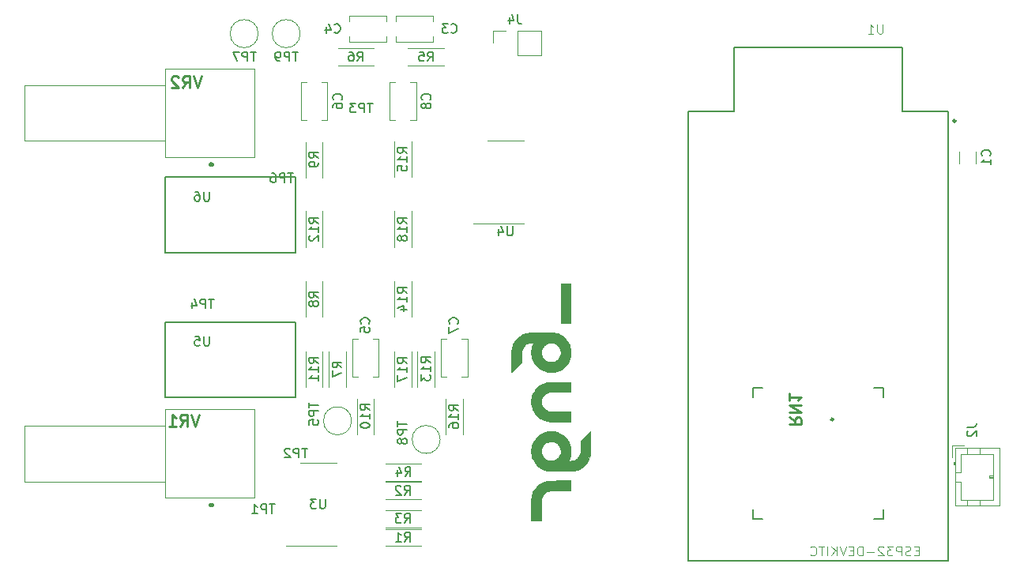
<source format=gbo>
G04 #@! TF.GenerationSoftware,KiCad,Pcbnew,(5.1.2)-1*
G04 #@! TF.CreationDate,2019-07-19T10:40:57+09:00*
G04 #@! TF.ProjectId,Chip_da_Tunetaro,43686970-5f64-4615-9f54-756e65746172,rev?*
G04 #@! TF.SameCoordinates,Original*
G04 #@! TF.FileFunction,Legend,Bot*
G04 #@! TF.FilePolarity,Positive*
%FSLAX46Y46*%
G04 Gerber Fmt 4.6, Leading zero omitted, Abs format (unit mm)*
G04 Created by KiCad (PCBNEW (5.1.2)-1) date 2019-07-19 10:40:57*
%MOMM*%
%LPD*%
G04 APERTURE LIST*
%ADD10C,0.010000*%
%ADD11C,0.127000*%
%ADD12C,0.280000*%
%ADD13C,0.120000*%
%ADD14C,0.250000*%
%ADD15C,0.150000*%
%ADD16C,0.100000*%
%ADD17C,0.400000*%
%ADD18C,0.050000*%
%ADD19C,0.254000*%
G04 APERTURE END LIST*
D10*
G36*
X129260555Y-117862495D02*
G01*
X129265032Y-117921145D01*
X129298437Y-118154673D01*
X129354494Y-118378263D01*
X129432082Y-118590776D01*
X129530079Y-118791076D01*
X129647364Y-118978028D01*
X129782814Y-119150493D01*
X129935308Y-119307336D01*
X130103724Y-119447419D01*
X130286941Y-119569607D01*
X130483836Y-119672763D01*
X130693289Y-119755749D01*
X130914177Y-119817430D01*
X131145379Y-119856669D01*
X131178750Y-119860332D01*
X131216722Y-119863064D01*
X131273659Y-119865379D01*
X131350263Y-119867282D01*
X131447236Y-119868778D01*
X131565279Y-119869871D01*
X131705093Y-119870566D01*
X131867381Y-119870867D01*
X132052844Y-119870779D01*
X132262184Y-119870307D01*
X132496102Y-119869455D01*
X132537650Y-119869276D01*
X132743281Y-119868383D01*
X132925267Y-119867568D01*
X133085361Y-119866747D01*
X133225315Y-119865839D01*
X133346886Y-119864759D01*
X133451824Y-119863426D01*
X133541885Y-119861756D01*
X133618822Y-119859666D01*
X133684389Y-119857074D01*
X133740338Y-119853897D01*
X133788425Y-119850051D01*
X133830402Y-119845454D01*
X133868023Y-119840024D01*
X133903042Y-119833677D01*
X133937212Y-119826330D01*
X133972287Y-119817900D01*
X134010021Y-119808306D01*
X134050987Y-119797765D01*
X134250202Y-119734311D01*
X134445859Y-119647749D01*
X134634365Y-119540374D01*
X134812129Y-119414477D01*
X134975561Y-119272351D01*
X135121068Y-119116290D01*
X135124058Y-119112695D01*
X135252897Y-118942225D01*
X135361482Y-118764692D01*
X135451596Y-118576396D01*
X135525021Y-118373635D01*
X135581152Y-118163303D01*
X135585936Y-118141879D01*
X135590158Y-118121232D01*
X135593862Y-118099698D01*
X135597088Y-118075611D01*
X135599877Y-118047304D01*
X135602270Y-118013112D01*
X135604310Y-117971369D01*
X135606036Y-117920409D01*
X135607491Y-117858566D01*
X135608716Y-117784176D01*
X135609752Y-117695570D01*
X135610639Y-117591085D01*
X135611421Y-117469053D01*
X135612137Y-117327810D01*
X135612829Y-117165688D01*
X135613538Y-116981024D01*
X135614079Y-116834325D01*
X135614606Y-116661885D01*
X135614906Y-116496837D01*
X135614989Y-116340927D01*
X135614863Y-116195901D01*
X135614535Y-116063506D01*
X135614015Y-115945490D01*
X135613310Y-115843598D01*
X135612429Y-115759577D01*
X135611379Y-115695175D01*
X135610170Y-115652137D01*
X135608810Y-115632211D01*
X135608359Y-115631000D01*
X135597783Y-115639737D01*
X135570897Y-115664896D01*
X135529309Y-115704897D01*
X135474631Y-115758161D01*
X135408471Y-115823109D01*
X135332439Y-115898162D01*
X135248144Y-115981739D01*
X135157196Y-116072261D01*
X135074417Y-116154931D01*
X134550600Y-116678863D01*
X134550600Y-117245468D01*
X134550429Y-117390360D01*
X134549871Y-117512353D01*
X134548853Y-117613945D01*
X134547303Y-117697633D01*
X134545149Y-117765916D01*
X134542320Y-117821293D01*
X134538744Y-117866261D01*
X134534350Y-117903319D01*
X134531107Y-117923850D01*
X134491398Y-118079728D01*
X134429322Y-118225785D01*
X134346692Y-118359968D01*
X134245324Y-118480225D01*
X134127033Y-118584504D01*
X133993634Y-118670753D01*
X133846941Y-118736920D01*
X133797396Y-118753545D01*
X133752832Y-118764615D01*
X133694845Y-118775091D01*
X133627481Y-118784667D01*
X133554788Y-118793035D01*
X133480812Y-118799888D01*
X133409600Y-118804918D01*
X133345199Y-118807818D01*
X133291657Y-118808281D01*
X133253019Y-118806000D01*
X133233333Y-118800667D01*
X133231977Y-118796475D01*
X133239084Y-118781609D01*
X133254704Y-118749380D01*
X133276188Y-118705241D01*
X133290798Y-118675299D01*
X133348114Y-118543643D01*
X133399833Y-118397323D01*
X133442560Y-118246981D01*
X133472387Y-118106272D01*
X133482054Y-118045609D01*
X133488860Y-117991185D01*
X133493113Y-117936903D01*
X133495120Y-117876668D01*
X133495190Y-117804384D01*
X133493631Y-117713955D01*
X133493188Y-117694750D01*
X133485840Y-117531528D01*
X133471014Y-117386534D01*
X133447158Y-117253296D01*
X133412719Y-117125341D01*
X133366145Y-116996197D01*
X133305882Y-116859392D01*
X133279909Y-116805750D01*
X133196620Y-116650413D01*
X133107682Y-116512485D01*
X133007378Y-116383970D01*
X132889991Y-116256877D01*
X132880329Y-116247170D01*
X132753020Y-116128269D01*
X132624890Y-116026882D01*
X132487945Y-115937289D01*
X132334194Y-115853774D01*
X132321750Y-115847590D01*
X132178275Y-115780983D01*
X132044802Y-115729005D01*
X131914717Y-115690059D01*
X131781407Y-115662548D01*
X131638257Y-115644875D01*
X131478654Y-115635444D01*
X131441312Y-115634346D01*
X131441312Y-116699997D01*
X131586713Y-116718651D01*
X131728429Y-116757714D01*
X131864221Y-116816904D01*
X131991847Y-116895937D01*
X132109068Y-116994533D01*
X132213641Y-117112407D01*
X132300749Y-117244677D01*
X132361411Y-117376609D01*
X132403240Y-117520630D01*
X132425327Y-117670837D01*
X132426764Y-117821323D01*
X132409581Y-117952460D01*
X132365171Y-118106155D01*
X132297338Y-118251662D01*
X132207363Y-118386714D01*
X132096525Y-118509040D01*
X132095023Y-118510469D01*
X131982909Y-118603859D01*
X131861721Y-118678132D01*
X131724957Y-118737179D01*
X131703902Y-118744552D01*
X131648832Y-118762328D01*
X131601424Y-118774474D01*
X131553492Y-118782316D01*
X131496849Y-118787178D01*
X131423308Y-118790387D01*
X131420050Y-118790495D01*
X131341964Y-118792160D01*
X131280935Y-118790876D01*
X131228727Y-118786016D01*
X131177105Y-118776956D01*
X131144342Y-118769567D01*
X130987969Y-118719757D01*
X130844113Y-118648644D01*
X130714433Y-118557884D01*
X130600585Y-118449135D01*
X130504227Y-118324054D01*
X130427016Y-118184299D01*
X130370608Y-118031525D01*
X130357932Y-117983157D01*
X130346162Y-117928122D01*
X130338953Y-117877257D01*
X130335681Y-117822326D01*
X130335719Y-117755094D01*
X130337004Y-117707450D01*
X130340176Y-117633099D01*
X130344951Y-117575961D01*
X130352655Y-117527847D01*
X130364612Y-117480570D01*
X130382147Y-117425943D01*
X130382947Y-117423597D01*
X130440147Y-117284096D01*
X130512021Y-117161092D01*
X130602460Y-117048085D01*
X130617030Y-117032476D01*
X130737478Y-116922746D01*
X130867686Y-116835119D01*
X131005415Y-116769313D01*
X131148422Y-116725046D01*
X131294468Y-116702034D01*
X131441312Y-116699997D01*
X131441312Y-115634346D01*
X131438223Y-115634255D01*
X131273374Y-115633774D01*
X131126019Y-115641779D01*
X130989331Y-115659422D01*
X130856485Y-115687859D01*
X130720656Y-115728242D01*
X130581850Y-115779032D01*
X130380279Y-115871602D01*
X130191694Y-115984837D01*
X130017187Y-116116959D01*
X129857851Y-116266190D01*
X129714780Y-116430751D01*
X129589068Y-116608862D01*
X129481808Y-116798746D01*
X129394093Y-116998624D01*
X129327017Y-117206716D01*
X129281673Y-117421245D01*
X129259154Y-117640431D01*
X129260555Y-117862495D01*
X129260555Y-117862495D01*
G37*
X129260555Y-117862495D02*
X129265032Y-117921145D01*
X129298437Y-118154673D01*
X129354494Y-118378263D01*
X129432082Y-118590776D01*
X129530079Y-118791076D01*
X129647364Y-118978028D01*
X129782814Y-119150493D01*
X129935308Y-119307336D01*
X130103724Y-119447419D01*
X130286941Y-119569607D01*
X130483836Y-119672763D01*
X130693289Y-119755749D01*
X130914177Y-119817430D01*
X131145379Y-119856669D01*
X131178750Y-119860332D01*
X131216722Y-119863064D01*
X131273659Y-119865379D01*
X131350263Y-119867282D01*
X131447236Y-119868778D01*
X131565279Y-119869871D01*
X131705093Y-119870566D01*
X131867381Y-119870867D01*
X132052844Y-119870779D01*
X132262184Y-119870307D01*
X132496102Y-119869455D01*
X132537650Y-119869276D01*
X132743281Y-119868383D01*
X132925267Y-119867568D01*
X133085361Y-119866747D01*
X133225315Y-119865839D01*
X133346886Y-119864759D01*
X133451824Y-119863426D01*
X133541885Y-119861756D01*
X133618822Y-119859666D01*
X133684389Y-119857074D01*
X133740338Y-119853897D01*
X133788425Y-119850051D01*
X133830402Y-119845454D01*
X133868023Y-119840024D01*
X133903042Y-119833677D01*
X133937212Y-119826330D01*
X133972287Y-119817900D01*
X134010021Y-119808306D01*
X134050987Y-119797765D01*
X134250202Y-119734311D01*
X134445859Y-119647749D01*
X134634365Y-119540374D01*
X134812129Y-119414477D01*
X134975561Y-119272351D01*
X135121068Y-119116290D01*
X135124058Y-119112695D01*
X135252897Y-118942225D01*
X135361482Y-118764692D01*
X135451596Y-118576396D01*
X135525021Y-118373635D01*
X135581152Y-118163303D01*
X135585936Y-118141879D01*
X135590158Y-118121232D01*
X135593862Y-118099698D01*
X135597088Y-118075611D01*
X135599877Y-118047304D01*
X135602270Y-118013112D01*
X135604310Y-117971369D01*
X135606036Y-117920409D01*
X135607491Y-117858566D01*
X135608716Y-117784176D01*
X135609752Y-117695570D01*
X135610639Y-117591085D01*
X135611421Y-117469053D01*
X135612137Y-117327810D01*
X135612829Y-117165688D01*
X135613538Y-116981024D01*
X135614079Y-116834325D01*
X135614606Y-116661885D01*
X135614906Y-116496837D01*
X135614989Y-116340927D01*
X135614863Y-116195901D01*
X135614535Y-116063506D01*
X135614015Y-115945490D01*
X135613310Y-115843598D01*
X135612429Y-115759577D01*
X135611379Y-115695175D01*
X135610170Y-115652137D01*
X135608810Y-115632211D01*
X135608359Y-115631000D01*
X135597783Y-115639737D01*
X135570897Y-115664896D01*
X135529309Y-115704897D01*
X135474631Y-115758161D01*
X135408471Y-115823109D01*
X135332439Y-115898162D01*
X135248144Y-115981739D01*
X135157196Y-116072261D01*
X135074417Y-116154931D01*
X134550600Y-116678863D01*
X134550600Y-117245468D01*
X134550429Y-117390360D01*
X134549871Y-117512353D01*
X134548853Y-117613945D01*
X134547303Y-117697633D01*
X134545149Y-117765916D01*
X134542320Y-117821293D01*
X134538744Y-117866261D01*
X134534350Y-117903319D01*
X134531107Y-117923850D01*
X134491398Y-118079728D01*
X134429322Y-118225785D01*
X134346692Y-118359968D01*
X134245324Y-118480225D01*
X134127033Y-118584504D01*
X133993634Y-118670753D01*
X133846941Y-118736920D01*
X133797396Y-118753545D01*
X133752832Y-118764615D01*
X133694845Y-118775091D01*
X133627481Y-118784667D01*
X133554788Y-118793035D01*
X133480812Y-118799888D01*
X133409600Y-118804918D01*
X133345199Y-118807818D01*
X133291657Y-118808281D01*
X133253019Y-118806000D01*
X133233333Y-118800667D01*
X133231977Y-118796475D01*
X133239084Y-118781609D01*
X133254704Y-118749380D01*
X133276188Y-118705241D01*
X133290798Y-118675299D01*
X133348114Y-118543643D01*
X133399833Y-118397323D01*
X133442560Y-118246981D01*
X133472387Y-118106272D01*
X133482054Y-118045609D01*
X133488860Y-117991185D01*
X133493113Y-117936903D01*
X133495120Y-117876668D01*
X133495190Y-117804384D01*
X133493631Y-117713955D01*
X133493188Y-117694750D01*
X133485840Y-117531528D01*
X133471014Y-117386534D01*
X133447158Y-117253296D01*
X133412719Y-117125341D01*
X133366145Y-116996197D01*
X133305882Y-116859392D01*
X133279909Y-116805750D01*
X133196620Y-116650413D01*
X133107682Y-116512485D01*
X133007378Y-116383970D01*
X132889991Y-116256877D01*
X132880329Y-116247170D01*
X132753020Y-116128269D01*
X132624890Y-116026882D01*
X132487945Y-115937289D01*
X132334194Y-115853774D01*
X132321750Y-115847590D01*
X132178275Y-115780983D01*
X132044802Y-115729005D01*
X131914717Y-115690059D01*
X131781407Y-115662548D01*
X131638257Y-115644875D01*
X131478654Y-115635444D01*
X131441312Y-115634346D01*
X131441312Y-116699997D01*
X131586713Y-116718651D01*
X131728429Y-116757714D01*
X131864221Y-116816904D01*
X131991847Y-116895937D01*
X132109068Y-116994533D01*
X132213641Y-117112407D01*
X132300749Y-117244677D01*
X132361411Y-117376609D01*
X132403240Y-117520630D01*
X132425327Y-117670837D01*
X132426764Y-117821323D01*
X132409581Y-117952460D01*
X132365171Y-118106155D01*
X132297338Y-118251662D01*
X132207363Y-118386714D01*
X132096525Y-118509040D01*
X132095023Y-118510469D01*
X131982909Y-118603859D01*
X131861721Y-118678132D01*
X131724957Y-118737179D01*
X131703902Y-118744552D01*
X131648832Y-118762328D01*
X131601424Y-118774474D01*
X131553492Y-118782316D01*
X131496849Y-118787178D01*
X131423308Y-118790387D01*
X131420050Y-118790495D01*
X131341964Y-118792160D01*
X131280935Y-118790876D01*
X131228727Y-118786016D01*
X131177105Y-118776956D01*
X131144342Y-118769567D01*
X130987969Y-118719757D01*
X130844113Y-118648644D01*
X130714433Y-118557884D01*
X130600585Y-118449135D01*
X130504227Y-118324054D01*
X130427016Y-118184299D01*
X130370608Y-118031525D01*
X130357932Y-117983157D01*
X130346162Y-117928122D01*
X130338953Y-117877257D01*
X130335681Y-117822326D01*
X130335719Y-117755094D01*
X130337004Y-117707450D01*
X130340176Y-117633099D01*
X130344951Y-117575961D01*
X130352655Y-117527847D01*
X130364612Y-117480570D01*
X130382147Y-117425943D01*
X130382947Y-117423597D01*
X130440147Y-117284096D01*
X130512021Y-117161092D01*
X130602460Y-117048085D01*
X130617030Y-117032476D01*
X130737478Y-116922746D01*
X130867686Y-116835119D01*
X131005415Y-116769313D01*
X131148422Y-116725046D01*
X131294468Y-116702034D01*
X131441312Y-116699997D01*
X131441312Y-115634346D01*
X131438223Y-115634255D01*
X131273374Y-115633774D01*
X131126019Y-115641779D01*
X130989331Y-115659422D01*
X130856485Y-115687859D01*
X130720656Y-115728242D01*
X130581850Y-115779032D01*
X130380279Y-115871602D01*
X130191694Y-115984837D01*
X130017187Y-116116959D01*
X129857851Y-116266190D01*
X129714780Y-116430751D01*
X129589068Y-116608862D01*
X129481808Y-116798746D01*
X129394093Y-116998624D01*
X129327017Y-117206716D01*
X129281673Y-117421245D01*
X129259154Y-117640431D01*
X129260555Y-117862495D01*
G36*
X133496500Y-103997800D02*
G01*
X133496500Y-99756000D01*
X132429700Y-99756000D01*
X132429700Y-103997800D01*
X133496500Y-103997800D01*
X133496500Y-103997800D01*
G37*
X133496500Y-103997800D02*
X133496500Y-99756000D01*
X132429700Y-99756000D01*
X132429700Y-103997800D01*
X133496500Y-103997800D01*
G36*
X127146601Y-108283638D02*
G01*
X127146897Y-108445996D01*
X127147372Y-108599162D01*
X127148012Y-108741363D01*
X127148803Y-108870825D01*
X127149729Y-108985775D01*
X127150776Y-109084438D01*
X127151930Y-109165041D01*
X127153176Y-109225811D01*
X127154499Y-109264974D01*
X127155886Y-109280757D01*
X127156082Y-109281000D01*
X127166558Y-109272263D01*
X127193349Y-109247107D01*
X127234847Y-109207110D01*
X127289443Y-109153851D01*
X127355531Y-109088910D01*
X127431503Y-109013865D01*
X127515750Y-108930296D01*
X127606667Y-108839781D01*
X127689482Y-108757068D01*
X128213300Y-108233136D01*
X128213300Y-107645282D01*
X128213431Y-107501130D01*
X128213872Y-107379927D01*
X128214695Y-107279226D01*
X128215972Y-107196576D01*
X128217775Y-107129530D01*
X128220175Y-107075637D01*
X128223245Y-107032450D01*
X128227056Y-106997520D01*
X128231680Y-106968396D01*
X128233418Y-106959539D01*
X128277828Y-106805844D01*
X128345661Y-106660337D01*
X128435636Y-106525285D01*
X128546474Y-106402959D01*
X128547976Y-106401530D01*
X128652606Y-106313280D01*
X128763989Y-106242067D01*
X128885004Y-106186919D01*
X129018527Y-106146868D01*
X129167436Y-106120943D01*
X129334610Y-106108173D01*
X129423102Y-106106427D01*
X129534354Y-106106000D01*
X129478551Y-106217125D01*
X129390212Y-106420908D01*
X129324309Y-106634109D01*
X129280989Y-106853961D01*
X129260402Y-107077698D01*
X129262696Y-107302550D01*
X129288021Y-107525751D01*
X129336525Y-107744534D01*
X129387866Y-107903146D01*
X129478938Y-108113350D01*
X129590903Y-108310345D01*
X129722256Y-108492903D01*
X129871491Y-108659793D01*
X130037103Y-108809785D01*
X130217586Y-108941649D01*
X130411435Y-109054156D01*
X130617144Y-109146075D01*
X130833209Y-109216177D01*
X131051253Y-109262165D01*
X131141422Y-109272432D01*
X131248182Y-109278359D01*
X131364770Y-109280099D01*
X131484425Y-109277799D01*
X131600384Y-109271610D01*
X131705885Y-109261681D01*
X131794168Y-109248163D01*
X131807400Y-109245427D01*
X131937881Y-109213964D01*
X132055331Y-109178131D01*
X132169915Y-109134351D01*
X132291799Y-109079045D01*
X132321750Y-109064409D01*
X132477086Y-108981120D01*
X132615014Y-108892182D01*
X132743529Y-108791878D01*
X132870622Y-108674491D01*
X132880329Y-108664829D01*
X132999230Y-108537520D01*
X133100617Y-108409390D01*
X133190210Y-108272445D01*
X133273725Y-108118694D01*
X133279909Y-108106250D01*
X133338271Y-107981458D01*
X133384336Y-107866235D01*
X133421710Y-107750340D01*
X133454000Y-107623537D01*
X133461054Y-107591900D01*
X133474360Y-107511784D01*
X133484309Y-107412812D01*
X133490818Y-107301313D01*
X133493805Y-107183618D01*
X133493188Y-107066059D01*
X133488882Y-106954966D01*
X133480807Y-106856669D01*
X133471509Y-106791130D01*
X133418231Y-106566038D01*
X133342685Y-106351627D01*
X133246167Y-106149097D01*
X133129972Y-105959645D01*
X132995397Y-105784470D01*
X132843736Y-105624771D01*
X132676286Y-105481745D01*
X132494342Y-105356592D01*
X132299200Y-105250510D01*
X132092155Y-105164697D01*
X131874503Y-105100351D01*
X131647540Y-105058672D01*
X131591500Y-105052141D01*
X131556550Y-105049904D01*
X131498512Y-105047884D01*
X131419697Y-105046080D01*
X131322417Y-105044493D01*
X131305173Y-105044285D01*
X131305173Y-106120181D01*
X131372405Y-106120219D01*
X131420050Y-106121504D01*
X131494400Y-106124676D01*
X131551538Y-106129451D01*
X131599652Y-106137155D01*
X131646929Y-106149112D01*
X131701556Y-106166647D01*
X131703902Y-106167447D01*
X131843403Y-106224647D01*
X131966407Y-106296521D01*
X132079414Y-106386960D01*
X132095023Y-106401530D01*
X132204737Y-106522105D01*
X132293687Y-106654556D01*
X132361062Y-106796448D01*
X132406050Y-106945341D01*
X132427840Y-107098798D01*
X132425621Y-107254380D01*
X132411479Y-107352657D01*
X132367815Y-107514727D01*
X132302989Y-107662849D01*
X132217137Y-107796798D01*
X132110396Y-107916349D01*
X132023300Y-107991364D01*
X131887660Y-108081255D01*
X131744476Y-108147923D01*
X131596065Y-108191555D01*
X131444749Y-108212334D01*
X131292845Y-108210446D01*
X131142675Y-108186073D01*
X130996557Y-108139401D01*
X130856811Y-108070615D01*
X130725757Y-107979899D01*
X130617030Y-107879523D01*
X130523640Y-107767409D01*
X130449367Y-107646221D01*
X130390320Y-107509457D01*
X130382947Y-107488402D01*
X130365171Y-107433332D01*
X130353025Y-107385924D01*
X130345183Y-107337992D01*
X130340321Y-107281349D01*
X130337112Y-107207808D01*
X130337004Y-107204550D01*
X130335339Y-107126464D01*
X130336623Y-107065435D01*
X130341483Y-107013227D01*
X130350543Y-106961605D01*
X130357932Y-106928842D01*
X130407742Y-106772469D01*
X130478855Y-106628613D01*
X130569615Y-106498933D01*
X130678364Y-106385085D01*
X130803445Y-106288727D01*
X130943200Y-106211516D01*
X131095974Y-106155108D01*
X131144342Y-106142432D01*
X131199377Y-106130662D01*
X131250242Y-106123453D01*
X131305173Y-106120181D01*
X131305173Y-105044285D01*
X131208983Y-105043121D01*
X131081706Y-105041965D01*
X130942897Y-105041025D01*
X130794868Y-105040299D01*
X130639929Y-105039789D01*
X130480392Y-105039492D01*
X130318567Y-105039410D01*
X130156768Y-105039542D01*
X129997303Y-105039888D01*
X129842486Y-105040447D01*
X129694626Y-105041219D01*
X129556035Y-105042204D01*
X129429025Y-105043402D01*
X129315906Y-105044811D01*
X129218990Y-105046433D01*
X129140588Y-105048266D01*
X129083011Y-105050311D01*
X129049670Y-105052452D01*
X128822886Y-105087626D01*
X128604622Y-105145839D01*
X128396226Y-105225836D01*
X128199046Y-105326362D01*
X128014429Y-105446163D01*
X127843723Y-105583984D01*
X127688275Y-105738571D01*
X127549434Y-105908668D01*
X127428546Y-106093022D01*
X127326959Y-106290377D01*
X127246021Y-106499479D01*
X127187080Y-106719073D01*
X127171381Y-106801182D01*
X127167127Y-106827140D01*
X127163386Y-106853272D01*
X127160125Y-106881309D01*
X127157311Y-106912981D01*
X127154912Y-106950019D01*
X127152895Y-106994155D01*
X127151227Y-107047119D01*
X127149875Y-107110643D01*
X127148806Y-107186457D01*
X127147988Y-107276293D01*
X127147387Y-107381881D01*
X127146972Y-107504953D01*
X127146708Y-107647239D01*
X127146564Y-107810471D01*
X127146506Y-107996379D01*
X127146500Y-108113862D01*
X127146601Y-108283638D01*
X127146601Y-108283638D01*
G37*
X127146601Y-108283638D02*
X127146897Y-108445996D01*
X127147372Y-108599162D01*
X127148012Y-108741363D01*
X127148803Y-108870825D01*
X127149729Y-108985775D01*
X127150776Y-109084438D01*
X127151930Y-109165041D01*
X127153176Y-109225811D01*
X127154499Y-109264974D01*
X127155886Y-109280757D01*
X127156082Y-109281000D01*
X127166558Y-109272263D01*
X127193349Y-109247107D01*
X127234847Y-109207110D01*
X127289443Y-109153851D01*
X127355531Y-109088910D01*
X127431503Y-109013865D01*
X127515750Y-108930296D01*
X127606667Y-108839781D01*
X127689482Y-108757068D01*
X128213300Y-108233136D01*
X128213300Y-107645282D01*
X128213431Y-107501130D01*
X128213872Y-107379927D01*
X128214695Y-107279226D01*
X128215972Y-107196576D01*
X128217775Y-107129530D01*
X128220175Y-107075637D01*
X128223245Y-107032450D01*
X128227056Y-106997520D01*
X128231680Y-106968396D01*
X128233418Y-106959539D01*
X128277828Y-106805844D01*
X128345661Y-106660337D01*
X128435636Y-106525285D01*
X128546474Y-106402959D01*
X128547976Y-106401530D01*
X128652606Y-106313280D01*
X128763989Y-106242067D01*
X128885004Y-106186919D01*
X129018527Y-106146868D01*
X129167436Y-106120943D01*
X129334610Y-106108173D01*
X129423102Y-106106427D01*
X129534354Y-106106000D01*
X129478551Y-106217125D01*
X129390212Y-106420908D01*
X129324309Y-106634109D01*
X129280989Y-106853961D01*
X129260402Y-107077698D01*
X129262696Y-107302550D01*
X129288021Y-107525751D01*
X129336525Y-107744534D01*
X129387866Y-107903146D01*
X129478938Y-108113350D01*
X129590903Y-108310345D01*
X129722256Y-108492903D01*
X129871491Y-108659793D01*
X130037103Y-108809785D01*
X130217586Y-108941649D01*
X130411435Y-109054156D01*
X130617144Y-109146075D01*
X130833209Y-109216177D01*
X131051253Y-109262165D01*
X131141422Y-109272432D01*
X131248182Y-109278359D01*
X131364770Y-109280099D01*
X131484425Y-109277799D01*
X131600384Y-109271610D01*
X131705885Y-109261681D01*
X131794168Y-109248163D01*
X131807400Y-109245427D01*
X131937881Y-109213964D01*
X132055331Y-109178131D01*
X132169915Y-109134351D01*
X132291799Y-109079045D01*
X132321750Y-109064409D01*
X132477086Y-108981120D01*
X132615014Y-108892182D01*
X132743529Y-108791878D01*
X132870622Y-108674491D01*
X132880329Y-108664829D01*
X132999230Y-108537520D01*
X133100617Y-108409390D01*
X133190210Y-108272445D01*
X133273725Y-108118694D01*
X133279909Y-108106250D01*
X133338271Y-107981458D01*
X133384336Y-107866235D01*
X133421710Y-107750340D01*
X133454000Y-107623537D01*
X133461054Y-107591900D01*
X133474360Y-107511784D01*
X133484309Y-107412812D01*
X133490818Y-107301313D01*
X133493805Y-107183618D01*
X133493188Y-107066059D01*
X133488882Y-106954966D01*
X133480807Y-106856669D01*
X133471509Y-106791130D01*
X133418231Y-106566038D01*
X133342685Y-106351627D01*
X133246167Y-106149097D01*
X133129972Y-105959645D01*
X132995397Y-105784470D01*
X132843736Y-105624771D01*
X132676286Y-105481745D01*
X132494342Y-105356592D01*
X132299200Y-105250510D01*
X132092155Y-105164697D01*
X131874503Y-105100351D01*
X131647540Y-105058672D01*
X131591500Y-105052141D01*
X131556550Y-105049904D01*
X131498512Y-105047884D01*
X131419697Y-105046080D01*
X131322417Y-105044493D01*
X131305173Y-105044285D01*
X131305173Y-106120181D01*
X131372405Y-106120219D01*
X131420050Y-106121504D01*
X131494400Y-106124676D01*
X131551538Y-106129451D01*
X131599652Y-106137155D01*
X131646929Y-106149112D01*
X131701556Y-106166647D01*
X131703902Y-106167447D01*
X131843403Y-106224647D01*
X131966407Y-106296521D01*
X132079414Y-106386960D01*
X132095023Y-106401530D01*
X132204737Y-106522105D01*
X132293687Y-106654556D01*
X132361062Y-106796448D01*
X132406050Y-106945341D01*
X132427840Y-107098798D01*
X132425621Y-107254380D01*
X132411479Y-107352657D01*
X132367815Y-107514727D01*
X132302989Y-107662849D01*
X132217137Y-107796798D01*
X132110396Y-107916349D01*
X132023300Y-107991364D01*
X131887660Y-108081255D01*
X131744476Y-108147923D01*
X131596065Y-108191555D01*
X131444749Y-108212334D01*
X131292845Y-108210446D01*
X131142675Y-108186073D01*
X130996557Y-108139401D01*
X130856811Y-108070615D01*
X130725757Y-107979899D01*
X130617030Y-107879523D01*
X130523640Y-107767409D01*
X130449367Y-107646221D01*
X130390320Y-107509457D01*
X130382947Y-107488402D01*
X130365171Y-107433332D01*
X130353025Y-107385924D01*
X130345183Y-107337992D01*
X130340321Y-107281349D01*
X130337112Y-107207808D01*
X130337004Y-107204550D01*
X130335339Y-107126464D01*
X130336623Y-107065435D01*
X130341483Y-107013227D01*
X130350543Y-106961605D01*
X130357932Y-106928842D01*
X130407742Y-106772469D01*
X130478855Y-106628613D01*
X130569615Y-106498933D01*
X130678364Y-106385085D01*
X130803445Y-106288727D01*
X130943200Y-106211516D01*
X131095974Y-106155108D01*
X131144342Y-106142432D01*
X131199377Y-106130662D01*
X131250242Y-106123453D01*
X131305173Y-106120181D01*
X131305173Y-105044285D01*
X131208983Y-105043121D01*
X131081706Y-105041965D01*
X130942897Y-105041025D01*
X130794868Y-105040299D01*
X130639929Y-105039789D01*
X130480392Y-105039492D01*
X130318567Y-105039410D01*
X130156768Y-105039542D01*
X129997303Y-105039888D01*
X129842486Y-105040447D01*
X129694626Y-105041219D01*
X129556035Y-105042204D01*
X129429025Y-105043402D01*
X129315906Y-105044811D01*
X129218990Y-105046433D01*
X129140588Y-105048266D01*
X129083011Y-105050311D01*
X129049670Y-105052452D01*
X128822886Y-105087626D01*
X128604622Y-105145839D01*
X128396226Y-105225836D01*
X128199046Y-105326362D01*
X128014429Y-105446163D01*
X127843723Y-105583984D01*
X127688275Y-105738571D01*
X127549434Y-105908668D01*
X127428546Y-106093022D01*
X127326959Y-106290377D01*
X127246021Y-106499479D01*
X127187080Y-106719073D01*
X127171381Y-106801182D01*
X127167127Y-106827140D01*
X127163386Y-106853272D01*
X127160125Y-106881309D01*
X127157311Y-106912981D01*
X127154912Y-106950019D01*
X127152895Y-106994155D01*
X127151227Y-107047119D01*
X127149875Y-107110643D01*
X127148806Y-107186457D01*
X127147988Y-107276293D01*
X127147387Y-107381881D01*
X127146972Y-107504953D01*
X127146708Y-107647239D01*
X127146564Y-107810471D01*
X127146506Y-107996379D01*
X127146500Y-108113862D01*
X127146601Y-108283638D01*
G36*
X129272680Y-112688075D02*
G01*
X129305312Y-112908345D01*
X129360467Y-113118898D01*
X129438776Y-113321820D01*
X129540869Y-113519198D01*
X129621289Y-113647007D01*
X129760771Y-113831975D01*
X129916960Y-113997873D01*
X130089572Y-114144513D01*
X130278321Y-114271705D01*
X130482924Y-114379260D01*
X130703097Y-114466988D01*
X130938555Y-114534701D01*
X130964196Y-114540652D01*
X130985620Y-114545436D01*
X131006267Y-114549658D01*
X131027801Y-114553362D01*
X131051888Y-114556588D01*
X131080195Y-114559377D01*
X131114387Y-114561770D01*
X131156130Y-114563810D01*
X131207090Y-114565536D01*
X131268933Y-114566991D01*
X131343323Y-114568216D01*
X131431929Y-114569252D01*
X131536414Y-114570139D01*
X131658446Y-114570921D01*
X131799689Y-114571637D01*
X131961811Y-114572329D01*
X132146475Y-114573038D01*
X132293175Y-114573579D01*
X133496500Y-114577984D01*
X133496500Y-113510100D01*
X132405963Y-113510100D01*
X132202776Y-113510071D01*
X132023250Y-113509923D01*
X131865644Y-113509561D01*
X131728220Y-113508890D01*
X131609237Y-113507816D01*
X131506955Y-113506243D01*
X131419636Y-113504077D01*
X131345539Y-113501223D01*
X131282926Y-113497587D01*
X131230055Y-113493074D01*
X131185188Y-113487589D01*
X131146585Y-113481038D01*
X131112506Y-113473326D01*
X131081212Y-113464358D01*
X131050963Y-113454040D01*
X131020020Y-113442277D01*
X130997848Y-113433466D01*
X130850929Y-113361312D01*
X130718675Y-113269044D01*
X130602519Y-113158226D01*
X130503894Y-113030424D01*
X130424232Y-112887205D01*
X130370288Y-112747553D01*
X130358444Y-112706683D01*
X130350180Y-112668190D01*
X130344879Y-112626037D01*
X130341926Y-112574189D01*
X130340706Y-112506610D01*
X130340550Y-112456000D01*
X130341026Y-112376084D01*
X130342865Y-112315521D01*
X130346683Y-112268276D01*
X130353095Y-112228311D01*
X130362718Y-112189592D01*
X130370288Y-112164446D01*
X130431806Y-112008781D01*
X130513566Y-111867136D01*
X130614135Y-111741077D01*
X130732082Y-111632169D01*
X130865973Y-111541978D01*
X130997848Y-111478533D01*
X131030245Y-111465740D01*
X131060772Y-111454456D01*
X131091170Y-111444587D01*
X131123177Y-111436037D01*
X131158533Y-111428712D01*
X131198979Y-111422517D01*
X131246253Y-111417358D01*
X131302095Y-111413141D01*
X131368245Y-111409769D01*
X131446442Y-111407149D01*
X131538426Y-111405186D01*
X131645938Y-111403785D01*
X131770715Y-111402851D01*
X131914499Y-111402291D01*
X132079028Y-111402009D01*
X132266043Y-111401910D01*
X132405963Y-111401900D01*
X133496500Y-111401900D01*
X133496500Y-110334015D01*
X132293175Y-110338420D01*
X132091379Y-110339167D01*
X131913318Y-110339868D01*
X131757325Y-110340562D01*
X131621734Y-110341293D01*
X131504879Y-110342100D01*
X131405096Y-110343026D01*
X131320717Y-110344111D01*
X131250077Y-110345398D01*
X131191510Y-110346926D01*
X131143350Y-110348737D01*
X131103932Y-110350874D01*
X131071590Y-110353376D01*
X131044657Y-110356285D01*
X131021468Y-110359643D01*
X131000357Y-110363491D01*
X130979658Y-110367870D01*
X130964196Y-110371347D01*
X130727147Y-110436944D01*
X130505353Y-110522576D01*
X130299099Y-110628055D01*
X130108668Y-110753191D01*
X129934346Y-110897794D01*
X129776417Y-111061675D01*
X129635164Y-111244646D01*
X129621289Y-111264992D01*
X129503210Y-111459862D01*
X129409329Y-111658903D01*
X129339015Y-111864202D01*
X129291639Y-112077846D01*
X129266572Y-112301921D01*
X129261943Y-112456000D01*
X129272680Y-112688075D01*
X129272680Y-112688075D01*
G37*
X129272680Y-112688075D02*
X129305312Y-112908345D01*
X129360467Y-113118898D01*
X129438776Y-113321820D01*
X129540869Y-113519198D01*
X129621289Y-113647007D01*
X129760771Y-113831975D01*
X129916960Y-113997873D01*
X130089572Y-114144513D01*
X130278321Y-114271705D01*
X130482924Y-114379260D01*
X130703097Y-114466988D01*
X130938555Y-114534701D01*
X130964196Y-114540652D01*
X130985620Y-114545436D01*
X131006267Y-114549658D01*
X131027801Y-114553362D01*
X131051888Y-114556588D01*
X131080195Y-114559377D01*
X131114387Y-114561770D01*
X131156130Y-114563810D01*
X131207090Y-114565536D01*
X131268933Y-114566991D01*
X131343323Y-114568216D01*
X131431929Y-114569252D01*
X131536414Y-114570139D01*
X131658446Y-114570921D01*
X131799689Y-114571637D01*
X131961811Y-114572329D01*
X132146475Y-114573038D01*
X132293175Y-114573579D01*
X133496500Y-114577984D01*
X133496500Y-113510100D01*
X132405963Y-113510100D01*
X132202776Y-113510071D01*
X132023250Y-113509923D01*
X131865644Y-113509561D01*
X131728220Y-113508890D01*
X131609237Y-113507816D01*
X131506955Y-113506243D01*
X131419636Y-113504077D01*
X131345539Y-113501223D01*
X131282926Y-113497587D01*
X131230055Y-113493074D01*
X131185188Y-113487589D01*
X131146585Y-113481038D01*
X131112506Y-113473326D01*
X131081212Y-113464358D01*
X131050963Y-113454040D01*
X131020020Y-113442277D01*
X130997848Y-113433466D01*
X130850929Y-113361312D01*
X130718675Y-113269044D01*
X130602519Y-113158226D01*
X130503894Y-113030424D01*
X130424232Y-112887205D01*
X130370288Y-112747553D01*
X130358444Y-112706683D01*
X130350180Y-112668190D01*
X130344879Y-112626037D01*
X130341926Y-112574189D01*
X130340706Y-112506610D01*
X130340550Y-112456000D01*
X130341026Y-112376084D01*
X130342865Y-112315521D01*
X130346683Y-112268276D01*
X130353095Y-112228311D01*
X130362718Y-112189592D01*
X130370288Y-112164446D01*
X130431806Y-112008781D01*
X130513566Y-111867136D01*
X130614135Y-111741077D01*
X130732082Y-111632169D01*
X130865973Y-111541978D01*
X130997848Y-111478533D01*
X131030245Y-111465740D01*
X131060772Y-111454456D01*
X131091170Y-111444587D01*
X131123177Y-111436037D01*
X131158533Y-111428712D01*
X131198979Y-111422517D01*
X131246253Y-111417358D01*
X131302095Y-111413141D01*
X131368245Y-111409769D01*
X131446442Y-111407149D01*
X131538426Y-111405186D01*
X131645938Y-111403785D01*
X131770715Y-111402851D01*
X131914499Y-111402291D01*
X132079028Y-111402009D01*
X132266043Y-111401910D01*
X132405963Y-111401900D01*
X133496500Y-111401900D01*
X133496500Y-110334015D01*
X132293175Y-110338420D01*
X132091379Y-110339167D01*
X131913318Y-110339868D01*
X131757325Y-110340562D01*
X131621734Y-110341293D01*
X131504879Y-110342100D01*
X131405096Y-110343026D01*
X131320717Y-110344111D01*
X131250077Y-110345398D01*
X131191510Y-110346926D01*
X131143350Y-110348737D01*
X131103932Y-110350874D01*
X131071590Y-110353376D01*
X131044657Y-110356285D01*
X131021468Y-110359643D01*
X131000357Y-110363491D01*
X130979658Y-110367870D01*
X130964196Y-110371347D01*
X130727147Y-110436944D01*
X130505353Y-110522576D01*
X130299099Y-110628055D01*
X130108668Y-110753191D01*
X129934346Y-110897794D01*
X129776417Y-111061675D01*
X129635164Y-111244646D01*
X129621289Y-111264992D01*
X129503210Y-111459862D01*
X129409329Y-111658903D01*
X129339015Y-111864202D01*
X129291639Y-112077846D01*
X129266572Y-112301921D01*
X129261943Y-112456000D01*
X129272680Y-112688075D01*
G36*
X130319897Y-125156000D02*
G01*
X130324747Y-124028875D01*
X130325599Y-123833842D01*
X130326397Y-123662504D01*
X130327187Y-123513158D01*
X130328014Y-123384097D01*
X130328922Y-123273619D01*
X130329955Y-123180017D01*
X130331159Y-123101588D01*
X130332579Y-123036628D01*
X130334258Y-122983431D01*
X130336241Y-122940293D01*
X130338574Y-122905510D01*
X130341301Y-122877377D01*
X130344466Y-122854189D01*
X130348115Y-122834243D01*
X130352291Y-122815833D01*
X130357033Y-122797281D01*
X130411587Y-122636892D01*
X130486628Y-122490926D01*
X130580959Y-122360579D01*
X130693383Y-122247051D01*
X130822700Y-122151540D01*
X130967713Y-122075242D01*
X131127224Y-122019356D01*
X131137781Y-122016533D01*
X131156357Y-122011785D01*
X131174768Y-122007609D01*
X131194718Y-122003961D01*
X131217911Y-122000797D01*
X131246052Y-121998071D01*
X131280845Y-121995738D01*
X131323996Y-121993755D01*
X131377207Y-121992076D01*
X131442185Y-121990658D01*
X131520633Y-121989454D01*
X131614256Y-121988421D01*
X131724759Y-121987513D01*
X131853846Y-121986686D01*
X132003221Y-121985896D01*
X132174589Y-121985098D01*
X132369375Y-121984247D01*
X133496500Y-121979397D01*
X133496500Y-120914200D01*
X132391099Y-120914200D01*
X132184880Y-120914257D01*
X132002242Y-120914473D01*
X131841365Y-120914913D01*
X131700430Y-120915642D01*
X131577618Y-120916725D01*
X131471109Y-120918227D01*
X131379085Y-120920214D01*
X131299725Y-120922752D01*
X131231212Y-120925904D01*
X131171724Y-120929737D01*
X131119444Y-120934316D01*
X131072552Y-120939706D01*
X131029229Y-120945972D01*
X130987655Y-120953179D01*
X130946011Y-120961393D01*
X130919566Y-120966976D01*
X130702009Y-121026480D01*
X130493723Y-121108771D01*
X130296290Y-121212427D01*
X130111292Y-121336025D01*
X129940311Y-121478144D01*
X129784930Y-121637363D01*
X129646730Y-121812258D01*
X129527293Y-122001409D01*
X129428203Y-122203393D01*
X129368779Y-122360664D01*
X129350566Y-122416182D01*
X129334401Y-122467771D01*
X129320161Y-122517240D01*
X129307725Y-122566394D01*
X129296971Y-122617043D01*
X129287777Y-122670991D01*
X129280020Y-122730047D01*
X129273580Y-122796018D01*
X129268333Y-122870711D01*
X129264159Y-122955932D01*
X129260934Y-123053489D01*
X129258537Y-123165189D01*
X129256846Y-123292839D01*
X129255739Y-123438246D01*
X129255094Y-123603218D01*
X129254789Y-123789560D01*
X129254702Y-123999081D01*
X129254700Y-124050599D01*
X129254700Y-125156000D01*
X130319897Y-125156000D01*
X130319897Y-125156000D01*
G37*
X130319897Y-125156000D02*
X130324747Y-124028875D01*
X130325599Y-123833842D01*
X130326397Y-123662504D01*
X130327187Y-123513158D01*
X130328014Y-123384097D01*
X130328922Y-123273619D01*
X130329955Y-123180017D01*
X130331159Y-123101588D01*
X130332579Y-123036628D01*
X130334258Y-122983431D01*
X130336241Y-122940293D01*
X130338574Y-122905510D01*
X130341301Y-122877377D01*
X130344466Y-122854189D01*
X130348115Y-122834243D01*
X130352291Y-122815833D01*
X130357033Y-122797281D01*
X130411587Y-122636892D01*
X130486628Y-122490926D01*
X130580959Y-122360579D01*
X130693383Y-122247051D01*
X130822700Y-122151540D01*
X130967713Y-122075242D01*
X131127224Y-122019356D01*
X131137781Y-122016533D01*
X131156357Y-122011785D01*
X131174768Y-122007609D01*
X131194718Y-122003961D01*
X131217911Y-122000797D01*
X131246052Y-121998071D01*
X131280845Y-121995738D01*
X131323996Y-121993755D01*
X131377207Y-121992076D01*
X131442185Y-121990658D01*
X131520633Y-121989454D01*
X131614256Y-121988421D01*
X131724759Y-121987513D01*
X131853846Y-121986686D01*
X132003221Y-121985896D01*
X132174589Y-121985098D01*
X132369375Y-121984247D01*
X133496500Y-121979397D01*
X133496500Y-120914200D01*
X132391099Y-120914200D01*
X132184880Y-120914257D01*
X132002242Y-120914473D01*
X131841365Y-120914913D01*
X131700430Y-120915642D01*
X131577618Y-120916725D01*
X131471109Y-120918227D01*
X131379085Y-120920214D01*
X131299725Y-120922752D01*
X131231212Y-120925904D01*
X131171724Y-120929737D01*
X131119444Y-120934316D01*
X131072552Y-120939706D01*
X131029229Y-120945972D01*
X130987655Y-120953179D01*
X130946011Y-120961393D01*
X130919566Y-120966976D01*
X130702009Y-121026480D01*
X130493723Y-121108771D01*
X130296290Y-121212427D01*
X130111292Y-121336025D01*
X129940311Y-121478144D01*
X129784930Y-121637363D01*
X129646730Y-121812258D01*
X129527293Y-122001409D01*
X129428203Y-122203393D01*
X129368779Y-122360664D01*
X129350566Y-122416182D01*
X129334401Y-122467771D01*
X129320161Y-122517240D01*
X129307725Y-122566394D01*
X129296971Y-122617043D01*
X129287777Y-122670991D01*
X129280020Y-122730047D01*
X129273580Y-122796018D01*
X129268333Y-122870711D01*
X129264159Y-122955932D01*
X129260934Y-123053489D01*
X129258537Y-123165189D01*
X129256846Y-123292839D01*
X129255739Y-123438246D01*
X129255094Y-123603218D01*
X129254789Y-123789560D01*
X129254702Y-123999081D01*
X129254700Y-124050599D01*
X129254700Y-125156000D01*
X130319897Y-125156000D01*
D11*
X173950000Y-129500000D02*
X173950000Y-81300000D01*
X146050000Y-81300000D02*
X146050000Y-129500000D01*
X146050000Y-129500000D02*
X173950000Y-129500000D01*
D12*
X174740000Y-82350000D02*
G75*
G03X174740000Y-82350000I-140000J0D01*
G01*
D11*
X169000000Y-74500000D02*
X151000000Y-74500000D01*
X151000000Y-74500000D02*
X151000000Y-81300000D01*
X169000000Y-74500000D02*
X169000000Y-81300000D01*
X173950000Y-81300000D02*
X169000000Y-81300000D01*
X146050000Y-81300000D02*
X151000000Y-81300000D01*
D13*
X175080000Y-86879000D02*
X175080000Y-85621000D01*
X176920000Y-86879000D02*
X176920000Y-85621000D01*
X174690000Y-117440000D02*
X179410000Y-117440000D01*
X179410000Y-117440000D02*
X179410000Y-123560000D01*
X179410000Y-123560000D02*
X174690000Y-123560000D01*
X174690000Y-123560000D02*
X174690000Y-117440000D01*
X174690000Y-119200000D02*
X174490000Y-119200000D01*
X174490000Y-119200000D02*
X174490000Y-118900000D01*
X174490000Y-118900000D02*
X174690000Y-118900000D01*
X174590000Y-119200000D02*
X174590000Y-118900000D01*
X174690000Y-120000000D02*
X175300000Y-120000000D01*
X175300000Y-120000000D02*
X175300000Y-118050000D01*
X175300000Y-118050000D02*
X178800000Y-118050000D01*
X178800000Y-118050000D02*
X178800000Y-122950000D01*
X178800000Y-122950000D02*
X175300000Y-122950000D01*
X175300000Y-122950000D02*
X175300000Y-121000000D01*
X175300000Y-121000000D02*
X174690000Y-121000000D01*
X176000000Y-117440000D02*
X176000000Y-118050000D01*
X177300000Y-117440000D02*
X177300000Y-118050000D01*
X176000000Y-123560000D02*
X176000000Y-122950000D01*
X177300000Y-123560000D02*
X177300000Y-122950000D01*
X178800000Y-120400000D02*
X178300000Y-120400000D01*
X178300000Y-120400000D02*
X178300000Y-120600000D01*
X178300000Y-120600000D02*
X178800000Y-120600000D01*
X178800000Y-120500000D02*
X178300000Y-120500000D01*
X174390000Y-118390000D02*
X174390000Y-117140000D01*
X174390000Y-117140000D02*
X175640000Y-117140000D01*
D14*
X161625000Y-114350000D02*
G75*
G03X161625000Y-114350000I-125000J0D01*
G01*
D15*
X153000000Y-112000000D02*
X153000000Y-111000000D01*
X153000000Y-111000000D02*
X154000000Y-111000000D01*
X154000000Y-125000000D02*
X153000000Y-125000000D01*
X153000000Y-125000000D02*
X153000000Y-124000000D01*
X167000000Y-124000000D02*
X167000000Y-125000000D01*
X167000000Y-125000000D02*
X166000000Y-125000000D01*
X166000000Y-111000000D02*
X167000000Y-111000000D01*
X167000000Y-111000000D02*
X167000000Y-112000000D01*
D13*
X118770000Y-71080000D02*
X114730000Y-71080000D01*
X118770000Y-73920000D02*
X114730000Y-73920000D01*
X118770000Y-71080000D02*
X118770000Y-71705000D01*
X118770000Y-73295000D02*
X118770000Y-73920000D01*
X114730000Y-71080000D02*
X114730000Y-71705000D01*
X114730000Y-73295000D02*
X114730000Y-73920000D01*
X109730000Y-73295000D02*
X109730000Y-73920000D01*
X109730000Y-71080000D02*
X109730000Y-71705000D01*
X113770000Y-73295000D02*
X113770000Y-73920000D01*
X113770000Y-71080000D02*
X113770000Y-71705000D01*
X113770000Y-73920000D02*
X109730000Y-73920000D01*
X113770000Y-71080000D02*
X109730000Y-71080000D01*
X112920000Y-109770000D02*
X112920000Y-105730000D01*
X110080000Y-109770000D02*
X110080000Y-105730000D01*
X112920000Y-109770000D02*
X112295000Y-109770000D01*
X110705000Y-109770000D02*
X110080000Y-109770000D01*
X112920000Y-105730000D02*
X112295000Y-105730000D01*
X110705000Y-105730000D02*
X110080000Y-105730000D01*
X105205000Y-78230000D02*
X104580000Y-78230000D01*
X107420000Y-78230000D02*
X106795000Y-78230000D01*
X105205000Y-82270000D02*
X104580000Y-82270000D01*
X107420000Y-82270000D02*
X106795000Y-82270000D01*
X104580000Y-82270000D02*
X104580000Y-78230000D01*
X107420000Y-82270000D02*
X107420000Y-78230000D01*
X120205000Y-105730000D02*
X119580000Y-105730000D01*
X122420000Y-105730000D02*
X121795000Y-105730000D01*
X120205000Y-109770000D02*
X119580000Y-109770000D01*
X122420000Y-109770000D02*
X121795000Y-109770000D01*
X119580000Y-109770000D02*
X119580000Y-105730000D01*
X122420000Y-109770000D02*
X122420000Y-105730000D01*
X116920000Y-82270000D02*
X116920000Y-78230000D01*
X114080000Y-82270000D02*
X114080000Y-78230000D01*
X116920000Y-82270000D02*
X116295000Y-82270000D01*
X114705000Y-82270000D02*
X114080000Y-82270000D01*
X116920000Y-78230000D02*
X116295000Y-78230000D01*
X114705000Y-78230000D02*
X114080000Y-78230000D01*
X113620000Y-127920000D02*
X117460000Y-127920000D01*
X113620000Y-126080000D02*
X117460000Y-126080000D01*
X113620000Y-122920000D02*
X117460000Y-122920000D01*
X113620000Y-121080000D02*
X117460000Y-121080000D01*
X113620000Y-124080000D02*
X117460000Y-124080000D01*
X113620000Y-125920000D02*
X117460000Y-125920000D01*
X113620000Y-119080000D02*
X117460000Y-119080000D01*
X113620000Y-120920000D02*
X117460000Y-120920000D01*
X119880000Y-74580000D02*
X116040000Y-74580000D01*
X119880000Y-76420000D02*
X116040000Y-76420000D01*
X112380000Y-76420000D02*
X108540000Y-76420000D01*
X112380000Y-74580000D02*
X108540000Y-74580000D01*
X107580000Y-107040000D02*
X107580000Y-110880000D01*
X109420000Y-107040000D02*
X109420000Y-110880000D01*
X106920000Y-103380000D02*
X106920000Y-99540000D01*
X105080000Y-103380000D02*
X105080000Y-99540000D01*
X105080000Y-88460000D02*
X105080000Y-84620000D01*
X106920000Y-88460000D02*
X106920000Y-84620000D01*
X110580000Y-115960000D02*
X110580000Y-112120000D01*
X112420000Y-115960000D02*
X112420000Y-112120000D01*
X105080000Y-110880000D02*
X105080000Y-107040000D01*
X106920000Y-110880000D02*
X106920000Y-107040000D01*
X106920000Y-95880000D02*
X106920000Y-92040000D01*
X105080000Y-95880000D02*
X105080000Y-92040000D01*
X117080000Y-107040000D02*
X117080000Y-110880000D01*
X118920000Y-107040000D02*
X118920000Y-110880000D01*
X116420000Y-103380000D02*
X116420000Y-99540000D01*
X114580000Y-103380000D02*
X114580000Y-99540000D01*
X116420000Y-88380000D02*
X116420000Y-84540000D01*
X114580000Y-88380000D02*
X114580000Y-84540000D01*
X120080000Y-115960000D02*
X120080000Y-112120000D01*
X121920000Y-115960000D02*
X121920000Y-112120000D01*
X114580000Y-110880000D02*
X114580000Y-107040000D01*
X116420000Y-110880000D02*
X116420000Y-107040000D01*
X114580000Y-95880000D02*
X114580000Y-92040000D01*
X116420000Y-95880000D02*
X116420000Y-92040000D01*
X106426000Y-127879000D02*
X102976000Y-127879000D01*
X106426000Y-127879000D02*
X108376000Y-127879000D01*
X106426000Y-119009000D02*
X104476000Y-119009000D01*
X106426000Y-119009000D02*
X108376000Y-119009000D01*
X126492000Y-84465000D02*
X128442000Y-84465000D01*
X126492000Y-84465000D02*
X124542000Y-84465000D01*
X126492000Y-93335000D02*
X128442000Y-93335000D01*
X126492000Y-93335000D02*
X123042000Y-93335000D01*
D15*
X90000000Y-112000000D02*
X90000000Y-103900000D01*
X90000000Y-103900000D02*
X104000000Y-103900000D01*
X104000000Y-103900000D02*
X104000000Y-112000000D01*
X104000000Y-112000000D02*
X90000000Y-112000000D01*
X104000000Y-96500000D02*
X90000000Y-96500000D01*
X104000000Y-88400000D02*
X104000000Y-96500000D01*
X90000000Y-88400000D02*
X104000000Y-88400000D01*
X90000000Y-96500000D02*
X90000000Y-88400000D01*
D16*
X99600000Y-113250000D02*
X90000000Y-113250000D01*
X90000000Y-113250000D02*
X90000000Y-122750000D01*
X90000000Y-122750000D02*
X99600000Y-122750000D01*
X99600000Y-122750000D02*
X99600000Y-113250000D01*
X90000000Y-115000000D02*
X75000000Y-115000000D01*
X75000000Y-115000000D02*
X75000000Y-121000000D01*
X75000000Y-121000000D02*
X90000000Y-121000000D01*
D17*
X95000000Y-123500000D02*
X95000000Y-123500000D01*
X94900000Y-123500000D02*
X94900000Y-123500000D01*
X94900000Y-123500000D02*
G75*
G03X95000000Y-123500000I50000J0D01*
G01*
X95000000Y-123500000D02*
G75*
G03X94900000Y-123500000I-50000J0D01*
G01*
X95000000Y-87000000D02*
G75*
G03X94900000Y-87000000I-50000J0D01*
G01*
X94900000Y-87000000D02*
G75*
G03X95000000Y-87000000I50000J0D01*
G01*
X94900000Y-87000000D02*
X94900000Y-87000000D01*
X95000000Y-87000000D02*
X95000000Y-87000000D01*
D16*
X75000000Y-84500000D02*
X90000000Y-84500000D01*
X75000000Y-78500000D02*
X75000000Y-84500000D01*
X90000000Y-78500000D02*
X75000000Y-78500000D01*
X99600000Y-86250000D02*
X99600000Y-76750000D01*
X90000000Y-86250000D02*
X99600000Y-86250000D01*
X90000000Y-76750000D02*
X90000000Y-86250000D01*
X99600000Y-76750000D02*
X90000000Y-76750000D01*
D13*
X130370000Y-72670000D02*
X130370000Y-75330000D01*
X127770000Y-72670000D02*
X130370000Y-72670000D01*
X127770000Y-75330000D02*
X130370000Y-75330000D01*
X127770000Y-72670000D02*
X127770000Y-75330000D01*
X126500000Y-72670000D02*
X125170000Y-72670000D01*
X125170000Y-72670000D02*
X125170000Y-74000000D01*
X110000000Y-114500000D02*
G75*
G03X110000000Y-114500000I-1500000J0D01*
G01*
X100000000Y-73000000D02*
G75*
G03X100000000Y-73000000I-1500000J0D01*
G01*
X119500000Y-116500000D02*
G75*
G03X119500000Y-116500000I-1500000J0D01*
G01*
X104500000Y-73000000D02*
G75*
G03X104500000Y-73000000I-1500000J0D01*
G01*
D18*
X166926621Y-71996167D02*
X166926621Y-72806006D01*
X166878984Y-72901282D01*
X166831346Y-72948919D01*
X166736071Y-72996557D01*
X166545520Y-72996557D01*
X166450245Y-72948919D01*
X166402608Y-72901282D01*
X166354970Y-72806006D01*
X166354970Y-71996167D01*
X165354580Y-72996557D02*
X165926231Y-72996557D01*
X165640406Y-72996557D02*
X165640406Y-71996167D01*
X165735681Y-72139080D01*
X165830956Y-72234355D01*
X165926231Y-72281993D01*
X170767954Y-128428496D02*
X170434271Y-128428496D01*
X170291264Y-128952855D02*
X170767954Y-128952855D01*
X170767954Y-127951805D01*
X170291264Y-127951805D01*
X169909911Y-128905186D02*
X169766904Y-128952855D01*
X169528559Y-128952855D01*
X169433221Y-128905186D01*
X169385552Y-128857517D01*
X169337883Y-128762179D01*
X169337883Y-128666841D01*
X169385552Y-128571503D01*
X169433221Y-128523834D01*
X169528559Y-128476165D01*
X169719235Y-128428496D01*
X169814573Y-128380827D01*
X169862242Y-128333158D01*
X169909911Y-128237820D01*
X169909911Y-128142482D01*
X169862242Y-128047144D01*
X169814573Y-127999475D01*
X169719235Y-127951805D01*
X169480890Y-127951805D01*
X169337883Y-127999475D01*
X168908861Y-128952855D02*
X168908861Y-127951805D01*
X168527509Y-127951805D01*
X168432171Y-127999475D01*
X168384502Y-128047144D01*
X168336833Y-128142482D01*
X168336833Y-128285489D01*
X168384502Y-128380827D01*
X168432171Y-128428496D01*
X168527509Y-128476165D01*
X168908861Y-128476165D01*
X168003150Y-127951805D02*
X167383452Y-127951805D01*
X167717135Y-128333158D01*
X167574128Y-128333158D01*
X167478790Y-128380827D01*
X167431121Y-128428496D01*
X167383452Y-128523834D01*
X167383452Y-128762179D01*
X167431121Y-128857517D01*
X167478790Y-128905186D01*
X167574128Y-128952855D01*
X167860142Y-128952855D01*
X167955480Y-128905186D01*
X168003150Y-128857517D01*
X167002100Y-128047144D02*
X166954430Y-127999475D01*
X166859092Y-127951805D01*
X166620747Y-127951805D01*
X166525409Y-127999475D01*
X166477740Y-128047144D01*
X166430071Y-128142482D01*
X166430071Y-128237820D01*
X166477740Y-128380827D01*
X167049769Y-128952855D01*
X166430071Y-128952855D01*
X166001050Y-128571503D02*
X165238345Y-128571503D01*
X164761654Y-128952855D02*
X164761654Y-127951805D01*
X164523309Y-127951805D01*
X164380302Y-127999475D01*
X164284964Y-128094813D01*
X164237295Y-128190151D01*
X164189626Y-128380827D01*
X164189626Y-128523834D01*
X164237295Y-128714510D01*
X164284964Y-128809848D01*
X164380302Y-128905186D01*
X164523309Y-128952855D01*
X164761654Y-128952855D01*
X163760604Y-128428496D02*
X163426921Y-128428496D01*
X163283914Y-128952855D02*
X163760604Y-128952855D01*
X163760604Y-127951805D01*
X163283914Y-127951805D01*
X162997900Y-127951805D02*
X162664216Y-128952855D01*
X162330533Y-127951805D01*
X161996850Y-128952855D02*
X161996850Y-127951805D01*
X161424821Y-128952855D02*
X161853842Y-128380827D01*
X161424821Y-127951805D02*
X161996850Y-128523834D01*
X160995800Y-128952855D02*
X160995800Y-127951805D01*
X160662116Y-127951805D02*
X160090088Y-127951805D01*
X160376102Y-128952855D02*
X160376102Y-127951805D01*
X159184376Y-128857517D02*
X159232045Y-128905186D01*
X159375052Y-128952855D01*
X159470390Y-128952855D01*
X159613397Y-128905186D01*
X159708735Y-128809848D01*
X159756404Y-128714510D01*
X159804073Y-128523834D01*
X159804073Y-128380827D01*
X159756404Y-128190151D01*
X159708735Y-128094813D01*
X159613397Y-127999475D01*
X159470390Y-127951805D01*
X159375052Y-127951805D01*
X159232045Y-127999475D01*
X159184376Y-128047144D01*
D15*
X178407142Y-86083333D02*
X178454761Y-86035714D01*
X178502380Y-85892857D01*
X178502380Y-85797619D01*
X178454761Y-85654761D01*
X178359523Y-85559523D01*
X178264285Y-85511904D01*
X178073809Y-85464285D01*
X177930952Y-85464285D01*
X177740476Y-85511904D01*
X177645238Y-85559523D01*
X177550000Y-85654761D01*
X177502380Y-85797619D01*
X177502380Y-85892857D01*
X177550000Y-86035714D01*
X177597619Y-86083333D01*
X178502380Y-87035714D02*
X178502380Y-86464285D01*
X178502380Y-86750000D02*
X177502380Y-86750000D01*
X177645238Y-86654761D01*
X177740476Y-86559523D01*
X177788095Y-86464285D01*
X175952380Y-115166666D02*
X176666666Y-115166666D01*
X176809523Y-115119047D01*
X176904761Y-115023809D01*
X176952380Y-114880952D01*
X176952380Y-114785714D01*
X176047619Y-115595238D02*
X176000000Y-115642857D01*
X175952380Y-115738095D01*
X175952380Y-115976190D01*
X176000000Y-116071428D01*
X176047619Y-116119047D01*
X176142857Y-116166666D01*
X176238095Y-116166666D01*
X176380952Y-116119047D01*
X176952380Y-115547619D01*
X176952380Y-116166666D01*
D19*
X156925476Y-114126904D02*
X157530238Y-114550238D01*
X156925476Y-114852619D02*
X158195476Y-114852619D01*
X158195476Y-114368809D01*
X158135000Y-114247857D01*
X158074523Y-114187380D01*
X157953571Y-114126904D01*
X157772142Y-114126904D01*
X157651190Y-114187380D01*
X157590714Y-114247857D01*
X157530238Y-114368809D01*
X157530238Y-114852619D01*
X156925476Y-113582619D02*
X158195476Y-113582619D01*
X156925476Y-112856904D01*
X158195476Y-112856904D01*
X156925476Y-111586904D02*
X156925476Y-112312619D01*
X156925476Y-111949761D02*
X158195476Y-111949761D01*
X158014047Y-112070714D01*
X157893095Y-112191666D01*
X157832619Y-112312619D01*
D15*
X120666666Y-72857142D02*
X120714285Y-72904761D01*
X120857142Y-72952380D01*
X120952380Y-72952380D01*
X121095238Y-72904761D01*
X121190476Y-72809523D01*
X121238095Y-72714285D01*
X121285714Y-72523809D01*
X121285714Y-72380952D01*
X121238095Y-72190476D01*
X121190476Y-72095238D01*
X121095238Y-72000000D01*
X120952380Y-71952380D01*
X120857142Y-71952380D01*
X120714285Y-72000000D01*
X120666666Y-72047619D01*
X120333333Y-71952380D02*
X119714285Y-71952380D01*
X120047619Y-72333333D01*
X119904761Y-72333333D01*
X119809523Y-72380952D01*
X119761904Y-72428571D01*
X119714285Y-72523809D01*
X119714285Y-72761904D01*
X119761904Y-72857142D01*
X119809523Y-72904761D01*
X119904761Y-72952380D01*
X120190476Y-72952380D01*
X120285714Y-72904761D01*
X120333333Y-72857142D01*
X108166666Y-72857142D02*
X108214285Y-72904761D01*
X108357142Y-72952380D01*
X108452380Y-72952380D01*
X108595238Y-72904761D01*
X108690476Y-72809523D01*
X108738095Y-72714285D01*
X108785714Y-72523809D01*
X108785714Y-72380952D01*
X108738095Y-72190476D01*
X108690476Y-72095238D01*
X108595238Y-72000000D01*
X108452380Y-71952380D01*
X108357142Y-71952380D01*
X108214285Y-72000000D01*
X108166666Y-72047619D01*
X107309523Y-72285714D02*
X107309523Y-72952380D01*
X107547619Y-71904761D02*
X107785714Y-72619047D01*
X107166666Y-72619047D01*
X111857142Y-104083333D02*
X111904761Y-104035714D01*
X111952380Y-103892857D01*
X111952380Y-103797619D01*
X111904761Y-103654761D01*
X111809523Y-103559523D01*
X111714285Y-103511904D01*
X111523809Y-103464285D01*
X111380952Y-103464285D01*
X111190476Y-103511904D01*
X111095238Y-103559523D01*
X111000000Y-103654761D01*
X110952380Y-103797619D01*
X110952380Y-103892857D01*
X111000000Y-104035714D01*
X111047619Y-104083333D01*
X110952380Y-104988095D02*
X110952380Y-104511904D01*
X111428571Y-104464285D01*
X111380952Y-104511904D01*
X111333333Y-104607142D01*
X111333333Y-104845238D01*
X111380952Y-104940476D01*
X111428571Y-104988095D01*
X111523809Y-105035714D01*
X111761904Y-105035714D01*
X111857142Y-104988095D01*
X111904761Y-104940476D01*
X111952380Y-104845238D01*
X111952380Y-104607142D01*
X111904761Y-104511904D01*
X111857142Y-104464285D01*
X108907142Y-80083333D02*
X108954761Y-80035714D01*
X109002380Y-79892857D01*
X109002380Y-79797619D01*
X108954761Y-79654761D01*
X108859523Y-79559523D01*
X108764285Y-79511904D01*
X108573809Y-79464285D01*
X108430952Y-79464285D01*
X108240476Y-79511904D01*
X108145238Y-79559523D01*
X108050000Y-79654761D01*
X108002380Y-79797619D01*
X108002380Y-79892857D01*
X108050000Y-80035714D01*
X108097619Y-80083333D01*
X108002380Y-80940476D02*
X108002380Y-80750000D01*
X108050000Y-80654761D01*
X108097619Y-80607142D01*
X108240476Y-80511904D01*
X108430952Y-80464285D01*
X108811904Y-80464285D01*
X108907142Y-80511904D01*
X108954761Y-80559523D01*
X109002380Y-80654761D01*
X109002380Y-80845238D01*
X108954761Y-80940476D01*
X108907142Y-80988095D01*
X108811904Y-81035714D01*
X108573809Y-81035714D01*
X108478571Y-80988095D01*
X108430952Y-80940476D01*
X108383333Y-80845238D01*
X108383333Y-80654761D01*
X108430952Y-80559523D01*
X108478571Y-80511904D01*
X108573809Y-80464285D01*
X121357142Y-104083333D02*
X121404761Y-104035714D01*
X121452380Y-103892857D01*
X121452380Y-103797619D01*
X121404761Y-103654761D01*
X121309523Y-103559523D01*
X121214285Y-103511904D01*
X121023809Y-103464285D01*
X120880952Y-103464285D01*
X120690476Y-103511904D01*
X120595238Y-103559523D01*
X120500000Y-103654761D01*
X120452380Y-103797619D01*
X120452380Y-103892857D01*
X120500000Y-104035714D01*
X120547619Y-104083333D01*
X120452380Y-104416666D02*
X120452380Y-105083333D01*
X121452380Y-104654761D01*
X118407142Y-80083333D02*
X118454761Y-80035714D01*
X118502380Y-79892857D01*
X118502380Y-79797619D01*
X118454761Y-79654761D01*
X118359523Y-79559523D01*
X118264285Y-79511904D01*
X118073809Y-79464285D01*
X117930952Y-79464285D01*
X117740476Y-79511904D01*
X117645238Y-79559523D01*
X117550000Y-79654761D01*
X117502380Y-79797619D01*
X117502380Y-79892857D01*
X117550000Y-80035714D01*
X117597619Y-80083333D01*
X117930952Y-80654761D02*
X117883333Y-80559523D01*
X117835714Y-80511904D01*
X117740476Y-80464285D01*
X117692857Y-80464285D01*
X117597619Y-80511904D01*
X117550000Y-80559523D01*
X117502380Y-80654761D01*
X117502380Y-80845238D01*
X117550000Y-80940476D01*
X117597619Y-80988095D01*
X117692857Y-81035714D01*
X117740476Y-81035714D01*
X117835714Y-80988095D01*
X117883333Y-80940476D01*
X117930952Y-80845238D01*
X117930952Y-80654761D01*
X117978571Y-80559523D01*
X118026190Y-80511904D01*
X118121428Y-80464285D01*
X118311904Y-80464285D01*
X118407142Y-80511904D01*
X118454761Y-80559523D01*
X118502380Y-80654761D01*
X118502380Y-80845238D01*
X118454761Y-80940476D01*
X118407142Y-80988095D01*
X118311904Y-81035714D01*
X118121428Y-81035714D01*
X118026190Y-80988095D01*
X117978571Y-80940476D01*
X117930952Y-80845238D01*
X115706666Y-127452380D02*
X116040000Y-126976190D01*
X116278095Y-127452380D02*
X116278095Y-126452380D01*
X115897142Y-126452380D01*
X115801904Y-126500000D01*
X115754285Y-126547619D01*
X115706666Y-126642857D01*
X115706666Y-126785714D01*
X115754285Y-126880952D01*
X115801904Y-126928571D01*
X115897142Y-126976190D01*
X116278095Y-126976190D01*
X114754285Y-127452380D02*
X115325714Y-127452380D01*
X115040000Y-127452380D02*
X115040000Y-126452380D01*
X115135238Y-126595238D01*
X115230476Y-126690476D01*
X115325714Y-126738095D01*
X115666666Y-122452380D02*
X116000000Y-121976190D01*
X116238095Y-122452380D02*
X116238095Y-121452380D01*
X115857142Y-121452380D01*
X115761904Y-121500000D01*
X115714285Y-121547619D01*
X115666666Y-121642857D01*
X115666666Y-121785714D01*
X115714285Y-121880952D01*
X115761904Y-121928571D01*
X115857142Y-121976190D01*
X116238095Y-121976190D01*
X115285714Y-121547619D02*
X115238095Y-121500000D01*
X115142857Y-121452380D01*
X114904761Y-121452380D01*
X114809523Y-121500000D01*
X114761904Y-121547619D01*
X114714285Y-121642857D01*
X114714285Y-121738095D01*
X114761904Y-121880952D01*
X115333333Y-122452380D01*
X114714285Y-122452380D01*
X115666666Y-125452380D02*
X116000000Y-124976190D01*
X116238095Y-125452380D02*
X116238095Y-124452380D01*
X115857142Y-124452380D01*
X115761904Y-124500000D01*
X115714285Y-124547619D01*
X115666666Y-124642857D01*
X115666666Y-124785714D01*
X115714285Y-124880952D01*
X115761904Y-124928571D01*
X115857142Y-124976190D01*
X116238095Y-124976190D01*
X115333333Y-124452380D02*
X114714285Y-124452380D01*
X115047619Y-124833333D01*
X114904761Y-124833333D01*
X114809523Y-124880952D01*
X114761904Y-124928571D01*
X114714285Y-125023809D01*
X114714285Y-125261904D01*
X114761904Y-125357142D01*
X114809523Y-125404761D01*
X114904761Y-125452380D01*
X115190476Y-125452380D01*
X115285714Y-125404761D01*
X115333333Y-125357142D01*
X115746666Y-120452380D02*
X116080000Y-119976190D01*
X116318095Y-120452380D02*
X116318095Y-119452380D01*
X115937142Y-119452380D01*
X115841904Y-119500000D01*
X115794285Y-119547619D01*
X115746666Y-119642857D01*
X115746666Y-119785714D01*
X115794285Y-119880952D01*
X115841904Y-119928571D01*
X115937142Y-119976190D01*
X116318095Y-119976190D01*
X114889523Y-119785714D02*
X114889523Y-120452380D01*
X115127619Y-119404761D02*
X115365714Y-120119047D01*
X114746666Y-120119047D01*
X118166666Y-75952380D02*
X118500000Y-75476190D01*
X118738095Y-75952380D02*
X118738095Y-74952380D01*
X118357142Y-74952380D01*
X118261904Y-75000000D01*
X118214285Y-75047619D01*
X118166666Y-75142857D01*
X118166666Y-75285714D01*
X118214285Y-75380952D01*
X118261904Y-75428571D01*
X118357142Y-75476190D01*
X118738095Y-75476190D01*
X117261904Y-74952380D02*
X117738095Y-74952380D01*
X117785714Y-75428571D01*
X117738095Y-75380952D01*
X117642857Y-75333333D01*
X117404761Y-75333333D01*
X117309523Y-75380952D01*
X117261904Y-75428571D01*
X117214285Y-75523809D01*
X117214285Y-75761904D01*
X117261904Y-75857142D01*
X117309523Y-75904761D01*
X117404761Y-75952380D01*
X117642857Y-75952380D01*
X117738095Y-75904761D01*
X117785714Y-75857142D01*
X110626666Y-75952380D02*
X110960000Y-75476190D01*
X111198095Y-75952380D02*
X111198095Y-74952380D01*
X110817142Y-74952380D01*
X110721904Y-75000000D01*
X110674285Y-75047619D01*
X110626666Y-75142857D01*
X110626666Y-75285714D01*
X110674285Y-75380952D01*
X110721904Y-75428571D01*
X110817142Y-75476190D01*
X111198095Y-75476190D01*
X109769523Y-74952380D02*
X109960000Y-74952380D01*
X110055238Y-75000000D01*
X110102857Y-75047619D01*
X110198095Y-75190476D01*
X110245714Y-75380952D01*
X110245714Y-75761904D01*
X110198095Y-75857142D01*
X110150476Y-75904761D01*
X110055238Y-75952380D01*
X109864761Y-75952380D01*
X109769523Y-75904761D01*
X109721904Y-75857142D01*
X109674285Y-75761904D01*
X109674285Y-75523809D01*
X109721904Y-75428571D01*
X109769523Y-75380952D01*
X109864761Y-75333333D01*
X110055238Y-75333333D01*
X110150476Y-75380952D01*
X110198095Y-75428571D01*
X110245714Y-75523809D01*
X108952380Y-108793333D02*
X108476190Y-108460000D01*
X108952380Y-108221904D02*
X107952380Y-108221904D01*
X107952380Y-108602857D01*
X108000000Y-108698095D01*
X108047619Y-108745714D01*
X108142857Y-108793333D01*
X108285714Y-108793333D01*
X108380952Y-108745714D01*
X108428571Y-108698095D01*
X108476190Y-108602857D01*
X108476190Y-108221904D01*
X107952380Y-109126666D02*
X107952380Y-109793333D01*
X108952380Y-109364761D01*
X106452380Y-101293333D02*
X105976190Y-100960000D01*
X106452380Y-100721904D02*
X105452380Y-100721904D01*
X105452380Y-101102857D01*
X105500000Y-101198095D01*
X105547619Y-101245714D01*
X105642857Y-101293333D01*
X105785714Y-101293333D01*
X105880952Y-101245714D01*
X105928571Y-101198095D01*
X105976190Y-101102857D01*
X105976190Y-100721904D01*
X105880952Y-101864761D02*
X105833333Y-101769523D01*
X105785714Y-101721904D01*
X105690476Y-101674285D01*
X105642857Y-101674285D01*
X105547619Y-101721904D01*
X105500000Y-101769523D01*
X105452380Y-101864761D01*
X105452380Y-102055238D01*
X105500000Y-102150476D01*
X105547619Y-102198095D01*
X105642857Y-102245714D01*
X105690476Y-102245714D01*
X105785714Y-102198095D01*
X105833333Y-102150476D01*
X105880952Y-102055238D01*
X105880952Y-101864761D01*
X105928571Y-101769523D01*
X105976190Y-101721904D01*
X106071428Y-101674285D01*
X106261904Y-101674285D01*
X106357142Y-101721904D01*
X106404761Y-101769523D01*
X106452380Y-101864761D01*
X106452380Y-102055238D01*
X106404761Y-102150476D01*
X106357142Y-102198095D01*
X106261904Y-102245714D01*
X106071428Y-102245714D01*
X105976190Y-102198095D01*
X105928571Y-102150476D01*
X105880952Y-102055238D01*
X106452380Y-86333333D02*
X105976190Y-86000000D01*
X106452380Y-85761904D02*
X105452380Y-85761904D01*
X105452380Y-86142857D01*
X105500000Y-86238095D01*
X105547619Y-86285714D01*
X105642857Y-86333333D01*
X105785714Y-86333333D01*
X105880952Y-86285714D01*
X105928571Y-86238095D01*
X105976190Y-86142857D01*
X105976190Y-85761904D01*
X106452380Y-86809523D02*
X106452380Y-87000000D01*
X106404761Y-87095238D01*
X106357142Y-87142857D01*
X106214285Y-87238095D01*
X106023809Y-87285714D01*
X105642857Y-87285714D01*
X105547619Y-87238095D01*
X105500000Y-87190476D01*
X105452380Y-87095238D01*
X105452380Y-86904761D01*
X105500000Y-86809523D01*
X105547619Y-86761904D01*
X105642857Y-86714285D01*
X105880952Y-86714285D01*
X105976190Y-86761904D01*
X106023809Y-86809523D01*
X106071428Y-86904761D01*
X106071428Y-87095238D01*
X106023809Y-87190476D01*
X105976190Y-87238095D01*
X105880952Y-87285714D01*
X111952380Y-113357142D02*
X111476190Y-113023809D01*
X111952380Y-112785714D02*
X110952380Y-112785714D01*
X110952380Y-113166666D01*
X111000000Y-113261904D01*
X111047619Y-113309523D01*
X111142857Y-113357142D01*
X111285714Y-113357142D01*
X111380952Y-113309523D01*
X111428571Y-113261904D01*
X111476190Y-113166666D01*
X111476190Y-112785714D01*
X111952380Y-114309523D02*
X111952380Y-113738095D01*
X111952380Y-114023809D02*
X110952380Y-114023809D01*
X111095238Y-113928571D01*
X111190476Y-113833333D01*
X111238095Y-113738095D01*
X110952380Y-114928571D02*
X110952380Y-115023809D01*
X111000000Y-115119047D01*
X111047619Y-115166666D01*
X111142857Y-115214285D01*
X111333333Y-115261904D01*
X111571428Y-115261904D01*
X111761904Y-115214285D01*
X111857142Y-115166666D01*
X111904761Y-115119047D01*
X111952380Y-115023809D01*
X111952380Y-114928571D01*
X111904761Y-114833333D01*
X111857142Y-114785714D01*
X111761904Y-114738095D01*
X111571428Y-114690476D01*
X111333333Y-114690476D01*
X111142857Y-114738095D01*
X111047619Y-114785714D01*
X111000000Y-114833333D01*
X110952380Y-114928571D01*
X106452380Y-108317142D02*
X105976190Y-107983809D01*
X106452380Y-107745714D02*
X105452380Y-107745714D01*
X105452380Y-108126666D01*
X105500000Y-108221904D01*
X105547619Y-108269523D01*
X105642857Y-108317142D01*
X105785714Y-108317142D01*
X105880952Y-108269523D01*
X105928571Y-108221904D01*
X105976190Y-108126666D01*
X105976190Y-107745714D01*
X106452380Y-109269523D02*
X106452380Y-108698095D01*
X106452380Y-108983809D02*
X105452380Y-108983809D01*
X105595238Y-108888571D01*
X105690476Y-108793333D01*
X105738095Y-108698095D01*
X106452380Y-110221904D02*
X106452380Y-109650476D01*
X106452380Y-109936190D02*
X105452380Y-109936190D01*
X105595238Y-109840952D01*
X105690476Y-109745714D01*
X105738095Y-109650476D01*
X106452380Y-93317142D02*
X105976190Y-92983809D01*
X106452380Y-92745714D02*
X105452380Y-92745714D01*
X105452380Y-93126666D01*
X105500000Y-93221904D01*
X105547619Y-93269523D01*
X105642857Y-93317142D01*
X105785714Y-93317142D01*
X105880952Y-93269523D01*
X105928571Y-93221904D01*
X105976190Y-93126666D01*
X105976190Y-92745714D01*
X106452380Y-94269523D02*
X106452380Y-93698095D01*
X106452380Y-93983809D02*
X105452380Y-93983809D01*
X105595238Y-93888571D01*
X105690476Y-93793333D01*
X105738095Y-93698095D01*
X105547619Y-94650476D02*
X105500000Y-94698095D01*
X105452380Y-94793333D01*
X105452380Y-95031428D01*
X105500000Y-95126666D01*
X105547619Y-95174285D01*
X105642857Y-95221904D01*
X105738095Y-95221904D01*
X105880952Y-95174285D01*
X106452380Y-94602857D01*
X106452380Y-95221904D01*
X118452380Y-108277142D02*
X117976190Y-107943809D01*
X118452380Y-107705714D02*
X117452380Y-107705714D01*
X117452380Y-108086666D01*
X117500000Y-108181904D01*
X117547619Y-108229523D01*
X117642857Y-108277142D01*
X117785714Y-108277142D01*
X117880952Y-108229523D01*
X117928571Y-108181904D01*
X117976190Y-108086666D01*
X117976190Y-107705714D01*
X118452380Y-109229523D02*
X118452380Y-108658095D01*
X118452380Y-108943809D02*
X117452380Y-108943809D01*
X117595238Y-108848571D01*
X117690476Y-108753333D01*
X117738095Y-108658095D01*
X117452380Y-109562857D02*
X117452380Y-110181904D01*
X117833333Y-109848571D01*
X117833333Y-109991428D01*
X117880952Y-110086666D01*
X117928571Y-110134285D01*
X118023809Y-110181904D01*
X118261904Y-110181904D01*
X118357142Y-110134285D01*
X118404761Y-110086666D01*
X118452380Y-109991428D01*
X118452380Y-109705714D01*
X118404761Y-109610476D01*
X118357142Y-109562857D01*
X115952380Y-100817142D02*
X115476190Y-100483809D01*
X115952380Y-100245714D02*
X114952380Y-100245714D01*
X114952380Y-100626666D01*
X115000000Y-100721904D01*
X115047619Y-100769523D01*
X115142857Y-100817142D01*
X115285714Y-100817142D01*
X115380952Y-100769523D01*
X115428571Y-100721904D01*
X115476190Y-100626666D01*
X115476190Y-100245714D01*
X115952380Y-101769523D02*
X115952380Y-101198095D01*
X115952380Y-101483809D02*
X114952380Y-101483809D01*
X115095238Y-101388571D01*
X115190476Y-101293333D01*
X115238095Y-101198095D01*
X115285714Y-102626666D02*
X115952380Y-102626666D01*
X114904761Y-102388571D02*
X115619047Y-102150476D01*
X115619047Y-102769523D01*
X115952380Y-85817142D02*
X115476190Y-85483809D01*
X115952380Y-85245714D02*
X114952380Y-85245714D01*
X114952380Y-85626666D01*
X115000000Y-85721904D01*
X115047619Y-85769523D01*
X115142857Y-85817142D01*
X115285714Y-85817142D01*
X115380952Y-85769523D01*
X115428571Y-85721904D01*
X115476190Y-85626666D01*
X115476190Y-85245714D01*
X115952380Y-86769523D02*
X115952380Y-86198095D01*
X115952380Y-86483809D02*
X114952380Y-86483809D01*
X115095238Y-86388571D01*
X115190476Y-86293333D01*
X115238095Y-86198095D01*
X114952380Y-87674285D02*
X114952380Y-87198095D01*
X115428571Y-87150476D01*
X115380952Y-87198095D01*
X115333333Y-87293333D01*
X115333333Y-87531428D01*
X115380952Y-87626666D01*
X115428571Y-87674285D01*
X115523809Y-87721904D01*
X115761904Y-87721904D01*
X115857142Y-87674285D01*
X115904761Y-87626666D01*
X115952380Y-87531428D01*
X115952380Y-87293333D01*
X115904761Y-87198095D01*
X115857142Y-87150476D01*
X121452380Y-113397142D02*
X120976190Y-113063809D01*
X121452380Y-112825714D02*
X120452380Y-112825714D01*
X120452380Y-113206666D01*
X120500000Y-113301904D01*
X120547619Y-113349523D01*
X120642857Y-113397142D01*
X120785714Y-113397142D01*
X120880952Y-113349523D01*
X120928571Y-113301904D01*
X120976190Y-113206666D01*
X120976190Y-112825714D01*
X121452380Y-114349523D02*
X121452380Y-113778095D01*
X121452380Y-114063809D02*
X120452380Y-114063809D01*
X120595238Y-113968571D01*
X120690476Y-113873333D01*
X120738095Y-113778095D01*
X120452380Y-115206666D02*
X120452380Y-115016190D01*
X120500000Y-114920952D01*
X120547619Y-114873333D01*
X120690476Y-114778095D01*
X120880952Y-114730476D01*
X121261904Y-114730476D01*
X121357142Y-114778095D01*
X121404761Y-114825714D01*
X121452380Y-114920952D01*
X121452380Y-115111428D01*
X121404761Y-115206666D01*
X121357142Y-115254285D01*
X121261904Y-115301904D01*
X121023809Y-115301904D01*
X120928571Y-115254285D01*
X120880952Y-115206666D01*
X120833333Y-115111428D01*
X120833333Y-114920952D01*
X120880952Y-114825714D01*
X120928571Y-114778095D01*
X121023809Y-114730476D01*
X115952380Y-108357142D02*
X115476190Y-108023809D01*
X115952380Y-107785714D02*
X114952380Y-107785714D01*
X114952380Y-108166666D01*
X115000000Y-108261904D01*
X115047619Y-108309523D01*
X115142857Y-108357142D01*
X115285714Y-108357142D01*
X115380952Y-108309523D01*
X115428571Y-108261904D01*
X115476190Y-108166666D01*
X115476190Y-107785714D01*
X115952380Y-109309523D02*
X115952380Y-108738095D01*
X115952380Y-109023809D02*
X114952380Y-109023809D01*
X115095238Y-108928571D01*
X115190476Y-108833333D01*
X115238095Y-108738095D01*
X114952380Y-109642857D02*
X114952380Y-110309523D01*
X115952380Y-109880952D01*
X115952380Y-93317142D02*
X115476190Y-92983809D01*
X115952380Y-92745714D02*
X114952380Y-92745714D01*
X114952380Y-93126666D01*
X115000000Y-93221904D01*
X115047619Y-93269523D01*
X115142857Y-93317142D01*
X115285714Y-93317142D01*
X115380952Y-93269523D01*
X115428571Y-93221904D01*
X115476190Y-93126666D01*
X115476190Y-92745714D01*
X115952380Y-94269523D02*
X115952380Y-93698095D01*
X115952380Y-93983809D02*
X114952380Y-93983809D01*
X115095238Y-93888571D01*
X115190476Y-93793333D01*
X115238095Y-93698095D01*
X115380952Y-94840952D02*
X115333333Y-94745714D01*
X115285714Y-94698095D01*
X115190476Y-94650476D01*
X115142857Y-94650476D01*
X115047619Y-94698095D01*
X115000000Y-94745714D01*
X114952380Y-94840952D01*
X114952380Y-95031428D01*
X115000000Y-95126666D01*
X115047619Y-95174285D01*
X115142857Y-95221904D01*
X115190476Y-95221904D01*
X115285714Y-95174285D01*
X115333333Y-95126666D01*
X115380952Y-95031428D01*
X115380952Y-94840952D01*
X115428571Y-94745714D01*
X115476190Y-94698095D01*
X115571428Y-94650476D01*
X115761904Y-94650476D01*
X115857142Y-94698095D01*
X115904761Y-94745714D01*
X115952380Y-94840952D01*
X115952380Y-95031428D01*
X115904761Y-95126666D01*
X115857142Y-95174285D01*
X115761904Y-95221904D01*
X115571428Y-95221904D01*
X115476190Y-95174285D01*
X115428571Y-95126666D01*
X115380952Y-95031428D01*
X107187904Y-122896380D02*
X107187904Y-123705904D01*
X107140285Y-123801142D01*
X107092666Y-123848761D01*
X106997428Y-123896380D01*
X106806952Y-123896380D01*
X106711714Y-123848761D01*
X106664095Y-123801142D01*
X106616476Y-123705904D01*
X106616476Y-122896380D01*
X106235523Y-122896380D02*
X105616476Y-122896380D01*
X105949809Y-123277333D01*
X105806952Y-123277333D01*
X105711714Y-123324952D01*
X105664095Y-123372571D01*
X105616476Y-123467809D01*
X105616476Y-123705904D01*
X105664095Y-123801142D01*
X105711714Y-123848761D01*
X105806952Y-123896380D01*
X106092666Y-123896380D01*
X106187904Y-123848761D01*
X106235523Y-123801142D01*
X127253904Y-93632380D02*
X127253904Y-94441904D01*
X127206285Y-94537142D01*
X127158666Y-94584761D01*
X127063428Y-94632380D01*
X126872952Y-94632380D01*
X126777714Y-94584761D01*
X126730095Y-94537142D01*
X126682476Y-94441904D01*
X126682476Y-93632380D01*
X125777714Y-93965714D02*
X125777714Y-94632380D01*
X126015809Y-93584761D02*
X126253904Y-94299047D01*
X125634857Y-94299047D01*
X94761904Y-105452380D02*
X94761904Y-106261904D01*
X94714285Y-106357142D01*
X94666666Y-106404761D01*
X94571428Y-106452380D01*
X94380952Y-106452380D01*
X94285714Y-106404761D01*
X94238095Y-106357142D01*
X94190476Y-106261904D01*
X94190476Y-105452380D01*
X93238095Y-105452380D02*
X93714285Y-105452380D01*
X93761904Y-105928571D01*
X93714285Y-105880952D01*
X93619047Y-105833333D01*
X93380952Y-105833333D01*
X93285714Y-105880952D01*
X93238095Y-105928571D01*
X93190476Y-106023809D01*
X93190476Y-106261904D01*
X93238095Y-106357142D01*
X93285714Y-106404761D01*
X93380952Y-106452380D01*
X93619047Y-106452380D01*
X93714285Y-106404761D01*
X93761904Y-106357142D01*
X94761904Y-89952380D02*
X94761904Y-90761904D01*
X94714285Y-90857142D01*
X94666666Y-90904761D01*
X94571428Y-90952380D01*
X94380952Y-90952380D01*
X94285714Y-90904761D01*
X94238095Y-90857142D01*
X94190476Y-90761904D01*
X94190476Y-89952380D01*
X93285714Y-89952380D02*
X93476190Y-89952380D01*
X93571428Y-90000000D01*
X93619047Y-90047619D01*
X93714285Y-90190476D01*
X93761904Y-90380952D01*
X93761904Y-90761904D01*
X93714285Y-90857142D01*
X93666666Y-90904761D01*
X93571428Y-90952380D01*
X93380952Y-90952380D01*
X93285714Y-90904761D01*
X93238095Y-90857142D01*
X93190476Y-90761904D01*
X93190476Y-90523809D01*
X93238095Y-90428571D01*
X93285714Y-90380952D01*
X93380952Y-90333333D01*
X93571428Y-90333333D01*
X93666666Y-90380952D01*
X93714285Y-90428571D01*
X93761904Y-90523809D01*
D19*
X93663095Y-113804523D02*
X93239761Y-115074523D01*
X92816428Y-113804523D01*
X91667380Y-115074523D02*
X92090714Y-114469761D01*
X92393095Y-115074523D02*
X92393095Y-113804523D01*
X91909285Y-113804523D01*
X91788333Y-113865000D01*
X91727857Y-113925476D01*
X91667380Y-114046428D01*
X91667380Y-114227857D01*
X91727857Y-114348809D01*
X91788333Y-114409285D01*
X91909285Y-114469761D01*
X92393095Y-114469761D01*
X90457857Y-115074523D02*
X91183571Y-115074523D01*
X90820714Y-115074523D02*
X90820714Y-113804523D01*
X90941666Y-113985952D01*
X91062619Y-114106904D01*
X91183571Y-114167380D01*
X93913095Y-77554523D02*
X93489761Y-78824523D01*
X93066428Y-77554523D01*
X91917380Y-78824523D02*
X92340714Y-78219761D01*
X92643095Y-78824523D02*
X92643095Y-77554523D01*
X92159285Y-77554523D01*
X92038333Y-77615000D01*
X91977857Y-77675476D01*
X91917380Y-77796428D01*
X91917380Y-77977857D01*
X91977857Y-78098809D01*
X92038333Y-78159285D01*
X92159285Y-78219761D01*
X92643095Y-78219761D01*
X91433571Y-77675476D02*
X91373095Y-77615000D01*
X91252142Y-77554523D01*
X90949761Y-77554523D01*
X90828809Y-77615000D01*
X90768333Y-77675476D01*
X90707857Y-77796428D01*
X90707857Y-77917380D01*
X90768333Y-78098809D01*
X91494047Y-78824523D01*
X90707857Y-78824523D01*
D15*
X127833333Y-70952380D02*
X127833333Y-71666666D01*
X127880952Y-71809523D01*
X127976190Y-71904761D01*
X128119047Y-71952380D01*
X128214285Y-71952380D01*
X126928571Y-71285714D02*
X126928571Y-71952380D01*
X127166666Y-70904761D02*
X127404761Y-71619047D01*
X126785714Y-71619047D01*
X101761904Y-123452380D02*
X101190476Y-123452380D01*
X101476190Y-124452380D02*
X101476190Y-123452380D01*
X100857142Y-124452380D02*
X100857142Y-123452380D01*
X100476190Y-123452380D01*
X100380952Y-123500000D01*
X100333333Y-123547619D01*
X100285714Y-123642857D01*
X100285714Y-123785714D01*
X100333333Y-123880952D01*
X100380952Y-123928571D01*
X100476190Y-123976190D01*
X100857142Y-123976190D01*
X99333333Y-124452380D02*
X99904761Y-124452380D01*
X99619047Y-124452380D02*
X99619047Y-123452380D01*
X99714285Y-123595238D01*
X99809523Y-123690476D01*
X99904761Y-123738095D01*
X105261904Y-117452380D02*
X104690476Y-117452380D01*
X104976190Y-118452380D02*
X104976190Y-117452380D01*
X104357142Y-118452380D02*
X104357142Y-117452380D01*
X103976190Y-117452380D01*
X103880952Y-117500000D01*
X103833333Y-117547619D01*
X103785714Y-117642857D01*
X103785714Y-117785714D01*
X103833333Y-117880952D01*
X103880952Y-117928571D01*
X103976190Y-117976190D01*
X104357142Y-117976190D01*
X103404761Y-117547619D02*
X103357142Y-117500000D01*
X103261904Y-117452380D01*
X103023809Y-117452380D01*
X102928571Y-117500000D01*
X102880952Y-117547619D01*
X102833333Y-117642857D01*
X102833333Y-117738095D01*
X102880952Y-117880952D01*
X103452380Y-118452380D01*
X102833333Y-118452380D01*
X112261904Y-80452380D02*
X111690476Y-80452380D01*
X111976190Y-81452380D02*
X111976190Y-80452380D01*
X111357142Y-81452380D02*
X111357142Y-80452380D01*
X110976190Y-80452380D01*
X110880952Y-80500000D01*
X110833333Y-80547619D01*
X110785714Y-80642857D01*
X110785714Y-80785714D01*
X110833333Y-80880952D01*
X110880952Y-80928571D01*
X110976190Y-80976190D01*
X111357142Y-80976190D01*
X110452380Y-80452380D02*
X109833333Y-80452380D01*
X110166666Y-80833333D01*
X110023809Y-80833333D01*
X109928571Y-80880952D01*
X109880952Y-80928571D01*
X109833333Y-81023809D01*
X109833333Y-81261904D01*
X109880952Y-81357142D01*
X109928571Y-81404761D01*
X110023809Y-81452380D01*
X110309523Y-81452380D01*
X110404761Y-81404761D01*
X110452380Y-81357142D01*
X95261904Y-101452380D02*
X94690476Y-101452380D01*
X94976190Y-102452380D02*
X94976190Y-101452380D01*
X94357142Y-102452380D02*
X94357142Y-101452380D01*
X93976190Y-101452380D01*
X93880952Y-101500000D01*
X93833333Y-101547619D01*
X93785714Y-101642857D01*
X93785714Y-101785714D01*
X93833333Y-101880952D01*
X93880952Y-101928571D01*
X93976190Y-101976190D01*
X94357142Y-101976190D01*
X92928571Y-101785714D02*
X92928571Y-102452380D01*
X93166666Y-101404761D02*
X93404761Y-102119047D01*
X92785714Y-102119047D01*
X105452380Y-112538095D02*
X105452380Y-113109523D01*
X106452380Y-112823809D02*
X105452380Y-112823809D01*
X106452380Y-113442857D02*
X105452380Y-113442857D01*
X105452380Y-113823809D01*
X105500000Y-113919047D01*
X105547619Y-113966666D01*
X105642857Y-114014285D01*
X105785714Y-114014285D01*
X105880952Y-113966666D01*
X105928571Y-113919047D01*
X105976190Y-113823809D01*
X105976190Y-113442857D01*
X105452380Y-114919047D02*
X105452380Y-114442857D01*
X105928571Y-114395238D01*
X105880952Y-114442857D01*
X105833333Y-114538095D01*
X105833333Y-114776190D01*
X105880952Y-114871428D01*
X105928571Y-114919047D01*
X106023809Y-114966666D01*
X106261904Y-114966666D01*
X106357142Y-114919047D01*
X106404761Y-114871428D01*
X106452380Y-114776190D01*
X106452380Y-114538095D01*
X106404761Y-114442857D01*
X106357142Y-114395238D01*
X103761904Y-87952380D02*
X103190476Y-87952380D01*
X103476190Y-88952380D02*
X103476190Y-87952380D01*
X102857142Y-88952380D02*
X102857142Y-87952380D01*
X102476190Y-87952380D01*
X102380952Y-88000000D01*
X102333333Y-88047619D01*
X102285714Y-88142857D01*
X102285714Y-88285714D01*
X102333333Y-88380952D01*
X102380952Y-88428571D01*
X102476190Y-88476190D01*
X102857142Y-88476190D01*
X101428571Y-87952380D02*
X101619047Y-87952380D01*
X101714285Y-88000000D01*
X101761904Y-88047619D01*
X101857142Y-88190476D01*
X101904761Y-88380952D01*
X101904761Y-88761904D01*
X101857142Y-88857142D01*
X101809523Y-88904761D01*
X101714285Y-88952380D01*
X101523809Y-88952380D01*
X101428571Y-88904761D01*
X101380952Y-88857142D01*
X101333333Y-88761904D01*
X101333333Y-88523809D01*
X101380952Y-88428571D01*
X101428571Y-88380952D01*
X101523809Y-88333333D01*
X101714285Y-88333333D01*
X101809523Y-88380952D01*
X101857142Y-88428571D01*
X101904761Y-88523809D01*
X99761904Y-74952380D02*
X99190476Y-74952380D01*
X99476190Y-75952380D02*
X99476190Y-74952380D01*
X98857142Y-75952380D02*
X98857142Y-74952380D01*
X98476190Y-74952380D01*
X98380952Y-75000000D01*
X98333333Y-75047619D01*
X98285714Y-75142857D01*
X98285714Y-75285714D01*
X98333333Y-75380952D01*
X98380952Y-75428571D01*
X98476190Y-75476190D01*
X98857142Y-75476190D01*
X97952380Y-74952380D02*
X97285714Y-74952380D01*
X97714285Y-75952380D01*
X114952380Y-114538095D02*
X114952380Y-115109523D01*
X115952380Y-114823809D02*
X114952380Y-114823809D01*
X115952380Y-115442857D02*
X114952380Y-115442857D01*
X114952380Y-115823809D01*
X115000000Y-115919047D01*
X115047619Y-115966666D01*
X115142857Y-116014285D01*
X115285714Y-116014285D01*
X115380952Y-115966666D01*
X115428571Y-115919047D01*
X115476190Y-115823809D01*
X115476190Y-115442857D01*
X115380952Y-116585714D02*
X115333333Y-116490476D01*
X115285714Y-116442857D01*
X115190476Y-116395238D01*
X115142857Y-116395238D01*
X115047619Y-116442857D01*
X115000000Y-116490476D01*
X114952380Y-116585714D01*
X114952380Y-116776190D01*
X115000000Y-116871428D01*
X115047619Y-116919047D01*
X115142857Y-116966666D01*
X115190476Y-116966666D01*
X115285714Y-116919047D01*
X115333333Y-116871428D01*
X115380952Y-116776190D01*
X115380952Y-116585714D01*
X115428571Y-116490476D01*
X115476190Y-116442857D01*
X115571428Y-116395238D01*
X115761904Y-116395238D01*
X115857142Y-116442857D01*
X115904761Y-116490476D01*
X115952380Y-116585714D01*
X115952380Y-116776190D01*
X115904761Y-116871428D01*
X115857142Y-116919047D01*
X115761904Y-116966666D01*
X115571428Y-116966666D01*
X115476190Y-116919047D01*
X115428571Y-116871428D01*
X115380952Y-116776190D01*
X104261904Y-74952380D02*
X103690476Y-74952380D01*
X103976190Y-75952380D02*
X103976190Y-74952380D01*
X103357142Y-75952380D02*
X103357142Y-74952380D01*
X102976190Y-74952380D01*
X102880952Y-75000000D01*
X102833333Y-75047619D01*
X102785714Y-75142857D01*
X102785714Y-75285714D01*
X102833333Y-75380952D01*
X102880952Y-75428571D01*
X102976190Y-75476190D01*
X103357142Y-75476190D01*
X102309523Y-75952380D02*
X102119047Y-75952380D01*
X102023809Y-75904761D01*
X101976190Y-75857142D01*
X101880952Y-75714285D01*
X101833333Y-75523809D01*
X101833333Y-75142857D01*
X101880952Y-75047619D01*
X101928571Y-75000000D01*
X102023809Y-74952380D01*
X102214285Y-74952380D01*
X102309523Y-75000000D01*
X102357142Y-75047619D01*
X102404761Y-75142857D01*
X102404761Y-75380952D01*
X102357142Y-75476190D01*
X102309523Y-75523809D01*
X102214285Y-75571428D01*
X102023809Y-75571428D01*
X101928571Y-75523809D01*
X101880952Y-75476190D01*
X101833333Y-75380952D01*
M02*

</source>
